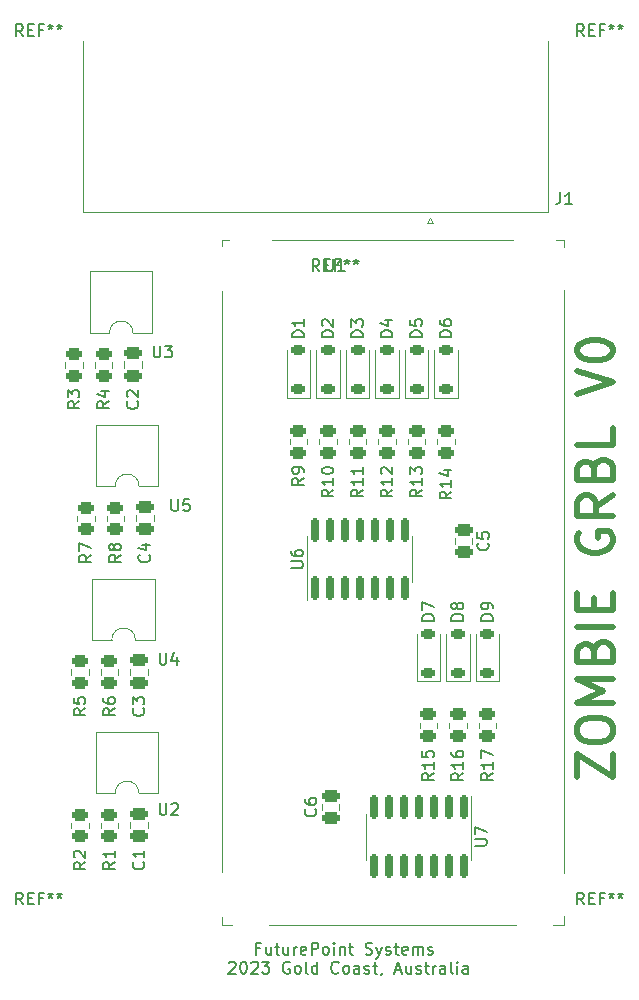
<source format=gbr>
G04 #@! TF.GenerationSoftware,KiCad,Pcbnew,7.0.7*
G04 #@! TF.CreationDate,2023-10-03T13:22:08+10:00*
G04 #@! TF.ProjectId,grbl_controller,6772626c-5f63-46f6-9e74-726f6c6c6572,rev?*
G04 #@! TF.SameCoordinates,Original*
G04 #@! TF.FileFunction,Legend,Top*
G04 #@! TF.FilePolarity,Positive*
%FSLAX46Y46*%
G04 Gerber Fmt 4.6, Leading zero omitted, Abs format (unit mm)*
G04 Created by KiCad (PCBNEW 7.0.7) date 2023-10-03 13:22:08*
%MOMM*%
%LPD*%
G01*
G04 APERTURE LIST*
G04 Aperture macros list*
%AMRoundRect*
0 Rectangle with rounded corners*
0 $1 Rounding radius*
0 $2 $3 $4 $5 $6 $7 $8 $9 X,Y pos of 4 corners*
0 Add a 4 corners polygon primitive as box body*
4,1,4,$2,$3,$4,$5,$6,$7,$8,$9,$2,$3,0*
0 Add four circle primitives for the rounded corners*
1,1,$1+$1,$2,$3*
1,1,$1+$1,$4,$5*
1,1,$1+$1,$6,$7*
1,1,$1+$1,$8,$9*
0 Add four rect primitives between the rounded corners*
20,1,$1+$1,$2,$3,$4,$5,0*
20,1,$1+$1,$4,$5,$6,$7,0*
20,1,$1+$1,$6,$7,$8,$9,0*
20,1,$1+$1,$8,$9,$2,$3,0*%
G04 Aperture macros list end*
%ADD10C,0.500000*%
%ADD11C,0.150000*%
%ADD12C,0.120000*%
%ADD13RoundRect,0.250000X0.450000X-0.262500X0.450000X0.262500X-0.450000X0.262500X-0.450000X-0.262500X0*%
%ADD14R,1.600000X1.600000*%
%ADD15O,1.600000X1.600000*%
%ADD16RoundRect,0.225000X0.375000X-0.225000X0.375000X0.225000X-0.375000X0.225000X-0.375000X-0.225000X0*%
%ADD17RoundRect,0.250000X-0.475000X0.250000X-0.475000X-0.250000X0.475000X-0.250000X0.475000X0.250000X0*%
%ADD18C,3.200000*%
%ADD19RoundRect,0.150000X-0.150000X0.825000X-0.150000X-0.825000X0.150000X-0.825000X0.150000X0.825000X0*%
%ADD20C,4.000000*%
%ADD21C,1.600000*%
%ADD22RoundRect,0.150000X0.150000X-0.825000X0.150000X0.825000X-0.150000X0.825000X-0.150000X-0.825000X0*%
%ADD23C,6.000000*%
%ADD24R,2.400000X1.600000*%
%ADD25O,2.400000X1.600000*%
%ADD26RoundRect,0.250000X0.475000X-0.250000X0.475000X0.250000X-0.475000X0.250000X-0.475000X-0.250000X0*%
G04 APERTURE END LIST*
D10*
X120106857Y-97492481D02*
X120106857Y-95492481D01*
X120106857Y-95492481D02*
X123106857Y-97492481D01*
X123106857Y-97492481D02*
X123106857Y-95492481D01*
X120106857Y-93778195D02*
X120106857Y-93206767D01*
X120106857Y-93206767D02*
X120249714Y-92921052D01*
X120249714Y-92921052D02*
X120535428Y-92635338D01*
X120535428Y-92635338D02*
X121106857Y-92492481D01*
X121106857Y-92492481D02*
X122106857Y-92492481D01*
X122106857Y-92492481D02*
X122678285Y-92635338D01*
X122678285Y-92635338D02*
X122964000Y-92921052D01*
X122964000Y-92921052D02*
X123106857Y-93206767D01*
X123106857Y-93206767D02*
X123106857Y-93778195D01*
X123106857Y-93778195D02*
X122964000Y-94063910D01*
X122964000Y-94063910D02*
X122678285Y-94349624D01*
X122678285Y-94349624D02*
X122106857Y-94492481D01*
X122106857Y-94492481D02*
X121106857Y-94492481D01*
X121106857Y-94492481D02*
X120535428Y-94349624D01*
X120535428Y-94349624D02*
X120249714Y-94063910D01*
X120249714Y-94063910D02*
X120106857Y-93778195D01*
X123106857Y-91206767D02*
X120106857Y-91206767D01*
X120106857Y-91206767D02*
X122249714Y-90206767D01*
X122249714Y-90206767D02*
X120106857Y-89206767D01*
X120106857Y-89206767D02*
X123106857Y-89206767D01*
X121535428Y-86778196D02*
X121678285Y-86349624D01*
X121678285Y-86349624D02*
X121821142Y-86206767D01*
X121821142Y-86206767D02*
X122106857Y-86063910D01*
X122106857Y-86063910D02*
X122535428Y-86063910D01*
X122535428Y-86063910D02*
X122821142Y-86206767D01*
X122821142Y-86206767D02*
X122964000Y-86349624D01*
X122964000Y-86349624D02*
X123106857Y-86635339D01*
X123106857Y-86635339D02*
X123106857Y-87778196D01*
X123106857Y-87778196D02*
X120106857Y-87778196D01*
X120106857Y-87778196D02*
X120106857Y-86778196D01*
X120106857Y-86778196D02*
X120249714Y-86492482D01*
X120249714Y-86492482D02*
X120392571Y-86349624D01*
X120392571Y-86349624D02*
X120678285Y-86206767D01*
X120678285Y-86206767D02*
X120964000Y-86206767D01*
X120964000Y-86206767D02*
X121249714Y-86349624D01*
X121249714Y-86349624D02*
X121392571Y-86492482D01*
X121392571Y-86492482D02*
X121535428Y-86778196D01*
X121535428Y-86778196D02*
X121535428Y-87778196D01*
X123106857Y-84778196D02*
X120106857Y-84778196D01*
X121535428Y-83349625D02*
X121535428Y-82349625D01*
X123106857Y-81921053D02*
X123106857Y-83349625D01*
X123106857Y-83349625D02*
X120106857Y-83349625D01*
X120106857Y-83349625D02*
X120106857Y-81921053D01*
X120249714Y-76778196D02*
X120106857Y-77063911D01*
X120106857Y-77063911D02*
X120106857Y-77492482D01*
X120106857Y-77492482D02*
X120249714Y-77921053D01*
X120249714Y-77921053D02*
X120535428Y-78206768D01*
X120535428Y-78206768D02*
X120821142Y-78349625D01*
X120821142Y-78349625D02*
X121392571Y-78492482D01*
X121392571Y-78492482D02*
X121821142Y-78492482D01*
X121821142Y-78492482D02*
X122392571Y-78349625D01*
X122392571Y-78349625D02*
X122678285Y-78206768D01*
X122678285Y-78206768D02*
X122964000Y-77921053D01*
X122964000Y-77921053D02*
X123106857Y-77492482D01*
X123106857Y-77492482D02*
X123106857Y-77206768D01*
X123106857Y-77206768D02*
X122964000Y-76778196D01*
X122964000Y-76778196D02*
X122821142Y-76635339D01*
X122821142Y-76635339D02*
X121821142Y-76635339D01*
X121821142Y-76635339D02*
X121821142Y-77206768D01*
X123106857Y-73635339D02*
X121678285Y-74635339D01*
X123106857Y-75349625D02*
X120106857Y-75349625D01*
X120106857Y-75349625D02*
X120106857Y-74206768D01*
X120106857Y-74206768D02*
X120249714Y-73921053D01*
X120249714Y-73921053D02*
X120392571Y-73778196D01*
X120392571Y-73778196D02*
X120678285Y-73635339D01*
X120678285Y-73635339D02*
X121106857Y-73635339D01*
X121106857Y-73635339D02*
X121392571Y-73778196D01*
X121392571Y-73778196D02*
X121535428Y-73921053D01*
X121535428Y-73921053D02*
X121678285Y-74206768D01*
X121678285Y-74206768D02*
X121678285Y-75349625D01*
X121535428Y-71349625D02*
X121678285Y-70921053D01*
X121678285Y-70921053D02*
X121821142Y-70778196D01*
X121821142Y-70778196D02*
X122106857Y-70635339D01*
X122106857Y-70635339D02*
X122535428Y-70635339D01*
X122535428Y-70635339D02*
X122821142Y-70778196D01*
X122821142Y-70778196D02*
X122964000Y-70921053D01*
X122964000Y-70921053D02*
X123106857Y-71206768D01*
X123106857Y-71206768D02*
X123106857Y-72349625D01*
X123106857Y-72349625D02*
X120106857Y-72349625D01*
X120106857Y-72349625D02*
X120106857Y-71349625D01*
X120106857Y-71349625D02*
X120249714Y-71063911D01*
X120249714Y-71063911D02*
X120392571Y-70921053D01*
X120392571Y-70921053D02*
X120678285Y-70778196D01*
X120678285Y-70778196D02*
X120964000Y-70778196D01*
X120964000Y-70778196D02*
X121249714Y-70921053D01*
X121249714Y-70921053D02*
X121392571Y-71063911D01*
X121392571Y-71063911D02*
X121535428Y-71349625D01*
X121535428Y-71349625D02*
X121535428Y-72349625D01*
X123106857Y-67921053D02*
X123106857Y-69349625D01*
X123106857Y-69349625D02*
X120106857Y-69349625D01*
X120106857Y-65063911D02*
X123106857Y-64063911D01*
X123106857Y-64063911D02*
X120106857Y-63063911D01*
X120106857Y-61492482D02*
X120106857Y-61206768D01*
X120106857Y-61206768D02*
X120249714Y-60921054D01*
X120249714Y-60921054D02*
X120392571Y-60778197D01*
X120392571Y-60778197D02*
X120678285Y-60635339D01*
X120678285Y-60635339D02*
X121249714Y-60492482D01*
X121249714Y-60492482D02*
X121964000Y-60492482D01*
X121964000Y-60492482D02*
X122535428Y-60635339D01*
X122535428Y-60635339D02*
X122821142Y-60778197D01*
X122821142Y-60778197D02*
X122964000Y-60921054D01*
X122964000Y-60921054D02*
X123106857Y-61206768D01*
X123106857Y-61206768D02*
X123106857Y-61492482D01*
X123106857Y-61492482D02*
X122964000Y-61778197D01*
X122964000Y-61778197D02*
X122821142Y-61921054D01*
X122821142Y-61921054D02*
X122535428Y-62063911D01*
X122535428Y-62063911D02*
X121964000Y-62206768D01*
X121964000Y-62206768D02*
X121249714Y-62206768D01*
X121249714Y-62206768D02*
X120678285Y-62063911D01*
X120678285Y-62063911D02*
X120392571Y-61921054D01*
X120392571Y-61921054D02*
X120249714Y-61778197D01*
X120249714Y-61778197D02*
X120106857Y-61492482D01*
D11*
X93226189Y-111986009D02*
X92892856Y-111986009D01*
X92892856Y-112509819D02*
X92892856Y-111509819D01*
X92892856Y-111509819D02*
X93369046Y-111509819D01*
X94178570Y-111843152D02*
X94178570Y-112509819D01*
X93749999Y-111843152D02*
X93749999Y-112366961D01*
X93749999Y-112366961D02*
X93797618Y-112462200D01*
X93797618Y-112462200D02*
X93892856Y-112509819D01*
X93892856Y-112509819D02*
X94035713Y-112509819D01*
X94035713Y-112509819D02*
X94130951Y-112462200D01*
X94130951Y-112462200D02*
X94178570Y-112414580D01*
X94511904Y-111843152D02*
X94892856Y-111843152D01*
X94654761Y-111509819D02*
X94654761Y-112366961D01*
X94654761Y-112366961D02*
X94702380Y-112462200D01*
X94702380Y-112462200D02*
X94797618Y-112509819D01*
X94797618Y-112509819D02*
X94892856Y-112509819D01*
X95654761Y-111843152D02*
X95654761Y-112509819D01*
X95226190Y-111843152D02*
X95226190Y-112366961D01*
X95226190Y-112366961D02*
X95273809Y-112462200D01*
X95273809Y-112462200D02*
X95369047Y-112509819D01*
X95369047Y-112509819D02*
X95511904Y-112509819D01*
X95511904Y-112509819D02*
X95607142Y-112462200D01*
X95607142Y-112462200D02*
X95654761Y-112414580D01*
X96130952Y-112509819D02*
X96130952Y-111843152D01*
X96130952Y-112033628D02*
X96178571Y-111938390D01*
X96178571Y-111938390D02*
X96226190Y-111890771D01*
X96226190Y-111890771D02*
X96321428Y-111843152D01*
X96321428Y-111843152D02*
X96416666Y-111843152D01*
X97130952Y-112462200D02*
X97035714Y-112509819D01*
X97035714Y-112509819D02*
X96845238Y-112509819D01*
X96845238Y-112509819D02*
X96750000Y-112462200D01*
X96750000Y-112462200D02*
X96702381Y-112366961D01*
X96702381Y-112366961D02*
X96702381Y-111986009D01*
X96702381Y-111986009D02*
X96750000Y-111890771D01*
X96750000Y-111890771D02*
X96845238Y-111843152D01*
X96845238Y-111843152D02*
X97035714Y-111843152D01*
X97035714Y-111843152D02*
X97130952Y-111890771D01*
X97130952Y-111890771D02*
X97178571Y-111986009D01*
X97178571Y-111986009D02*
X97178571Y-112081247D01*
X97178571Y-112081247D02*
X96702381Y-112176485D01*
X97607143Y-112509819D02*
X97607143Y-111509819D01*
X97607143Y-111509819D02*
X97988095Y-111509819D01*
X97988095Y-111509819D02*
X98083333Y-111557438D01*
X98083333Y-111557438D02*
X98130952Y-111605057D01*
X98130952Y-111605057D02*
X98178571Y-111700295D01*
X98178571Y-111700295D02*
X98178571Y-111843152D01*
X98178571Y-111843152D02*
X98130952Y-111938390D01*
X98130952Y-111938390D02*
X98083333Y-111986009D01*
X98083333Y-111986009D02*
X97988095Y-112033628D01*
X97988095Y-112033628D02*
X97607143Y-112033628D01*
X98750000Y-112509819D02*
X98654762Y-112462200D01*
X98654762Y-112462200D02*
X98607143Y-112414580D01*
X98607143Y-112414580D02*
X98559524Y-112319342D01*
X98559524Y-112319342D02*
X98559524Y-112033628D01*
X98559524Y-112033628D02*
X98607143Y-111938390D01*
X98607143Y-111938390D02*
X98654762Y-111890771D01*
X98654762Y-111890771D02*
X98750000Y-111843152D01*
X98750000Y-111843152D02*
X98892857Y-111843152D01*
X98892857Y-111843152D02*
X98988095Y-111890771D01*
X98988095Y-111890771D02*
X99035714Y-111938390D01*
X99035714Y-111938390D02*
X99083333Y-112033628D01*
X99083333Y-112033628D02*
X99083333Y-112319342D01*
X99083333Y-112319342D02*
X99035714Y-112414580D01*
X99035714Y-112414580D02*
X98988095Y-112462200D01*
X98988095Y-112462200D02*
X98892857Y-112509819D01*
X98892857Y-112509819D02*
X98750000Y-112509819D01*
X99511905Y-112509819D02*
X99511905Y-111843152D01*
X99511905Y-111509819D02*
X99464286Y-111557438D01*
X99464286Y-111557438D02*
X99511905Y-111605057D01*
X99511905Y-111605057D02*
X99559524Y-111557438D01*
X99559524Y-111557438D02*
X99511905Y-111509819D01*
X99511905Y-111509819D02*
X99511905Y-111605057D01*
X99988095Y-111843152D02*
X99988095Y-112509819D01*
X99988095Y-111938390D02*
X100035714Y-111890771D01*
X100035714Y-111890771D02*
X100130952Y-111843152D01*
X100130952Y-111843152D02*
X100273809Y-111843152D01*
X100273809Y-111843152D02*
X100369047Y-111890771D01*
X100369047Y-111890771D02*
X100416666Y-111986009D01*
X100416666Y-111986009D02*
X100416666Y-112509819D01*
X100750000Y-111843152D02*
X101130952Y-111843152D01*
X100892857Y-111509819D02*
X100892857Y-112366961D01*
X100892857Y-112366961D02*
X100940476Y-112462200D01*
X100940476Y-112462200D02*
X101035714Y-112509819D01*
X101035714Y-112509819D02*
X101130952Y-112509819D01*
X102178572Y-112462200D02*
X102321429Y-112509819D01*
X102321429Y-112509819D02*
X102559524Y-112509819D01*
X102559524Y-112509819D02*
X102654762Y-112462200D01*
X102654762Y-112462200D02*
X102702381Y-112414580D01*
X102702381Y-112414580D02*
X102750000Y-112319342D01*
X102750000Y-112319342D02*
X102750000Y-112224104D01*
X102750000Y-112224104D02*
X102702381Y-112128866D01*
X102702381Y-112128866D02*
X102654762Y-112081247D01*
X102654762Y-112081247D02*
X102559524Y-112033628D01*
X102559524Y-112033628D02*
X102369048Y-111986009D01*
X102369048Y-111986009D02*
X102273810Y-111938390D01*
X102273810Y-111938390D02*
X102226191Y-111890771D01*
X102226191Y-111890771D02*
X102178572Y-111795533D01*
X102178572Y-111795533D02*
X102178572Y-111700295D01*
X102178572Y-111700295D02*
X102226191Y-111605057D01*
X102226191Y-111605057D02*
X102273810Y-111557438D01*
X102273810Y-111557438D02*
X102369048Y-111509819D01*
X102369048Y-111509819D02*
X102607143Y-111509819D01*
X102607143Y-111509819D02*
X102750000Y-111557438D01*
X103083334Y-111843152D02*
X103321429Y-112509819D01*
X103559524Y-111843152D02*
X103321429Y-112509819D01*
X103321429Y-112509819D02*
X103226191Y-112747914D01*
X103226191Y-112747914D02*
X103178572Y-112795533D01*
X103178572Y-112795533D02*
X103083334Y-112843152D01*
X103892858Y-112462200D02*
X103988096Y-112509819D01*
X103988096Y-112509819D02*
X104178572Y-112509819D01*
X104178572Y-112509819D02*
X104273810Y-112462200D01*
X104273810Y-112462200D02*
X104321429Y-112366961D01*
X104321429Y-112366961D02*
X104321429Y-112319342D01*
X104321429Y-112319342D02*
X104273810Y-112224104D01*
X104273810Y-112224104D02*
X104178572Y-112176485D01*
X104178572Y-112176485D02*
X104035715Y-112176485D01*
X104035715Y-112176485D02*
X103940477Y-112128866D01*
X103940477Y-112128866D02*
X103892858Y-112033628D01*
X103892858Y-112033628D02*
X103892858Y-111986009D01*
X103892858Y-111986009D02*
X103940477Y-111890771D01*
X103940477Y-111890771D02*
X104035715Y-111843152D01*
X104035715Y-111843152D02*
X104178572Y-111843152D01*
X104178572Y-111843152D02*
X104273810Y-111890771D01*
X104607144Y-111843152D02*
X104988096Y-111843152D01*
X104750001Y-111509819D02*
X104750001Y-112366961D01*
X104750001Y-112366961D02*
X104797620Y-112462200D01*
X104797620Y-112462200D02*
X104892858Y-112509819D01*
X104892858Y-112509819D02*
X104988096Y-112509819D01*
X105702382Y-112462200D02*
X105607144Y-112509819D01*
X105607144Y-112509819D02*
X105416668Y-112509819D01*
X105416668Y-112509819D02*
X105321430Y-112462200D01*
X105321430Y-112462200D02*
X105273811Y-112366961D01*
X105273811Y-112366961D02*
X105273811Y-111986009D01*
X105273811Y-111986009D02*
X105321430Y-111890771D01*
X105321430Y-111890771D02*
X105416668Y-111843152D01*
X105416668Y-111843152D02*
X105607144Y-111843152D01*
X105607144Y-111843152D02*
X105702382Y-111890771D01*
X105702382Y-111890771D02*
X105750001Y-111986009D01*
X105750001Y-111986009D02*
X105750001Y-112081247D01*
X105750001Y-112081247D02*
X105273811Y-112176485D01*
X106178573Y-112509819D02*
X106178573Y-111843152D01*
X106178573Y-111938390D02*
X106226192Y-111890771D01*
X106226192Y-111890771D02*
X106321430Y-111843152D01*
X106321430Y-111843152D02*
X106464287Y-111843152D01*
X106464287Y-111843152D02*
X106559525Y-111890771D01*
X106559525Y-111890771D02*
X106607144Y-111986009D01*
X106607144Y-111986009D02*
X106607144Y-112509819D01*
X106607144Y-111986009D02*
X106654763Y-111890771D01*
X106654763Y-111890771D02*
X106750001Y-111843152D01*
X106750001Y-111843152D02*
X106892858Y-111843152D01*
X106892858Y-111843152D02*
X106988097Y-111890771D01*
X106988097Y-111890771D02*
X107035716Y-111986009D01*
X107035716Y-111986009D02*
X107035716Y-112509819D01*
X107464287Y-112462200D02*
X107559525Y-112509819D01*
X107559525Y-112509819D02*
X107750001Y-112509819D01*
X107750001Y-112509819D02*
X107845239Y-112462200D01*
X107845239Y-112462200D02*
X107892858Y-112366961D01*
X107892858Y-112366961D02*
X107892858Y-112319342D01*
X107892858Y-112319342D02*
X107845239Y-112224104D01*
X107845239Y-112224104D02*
X107750001Y-112176485D01*
X107750001Y-112176485D02*
X107607144Y-112176485D01*
X107607144Y-112176485D02*
X107511906Y-112128866D01*
X107511906Y-112128866D02*
X107464287Y-112033628D01*
X107464287Y-112033628D02*
X107464287Y-111986009D01*
X107464287Y-111986009D02*
X107511906Y-111890771D01*
X107511906Y-111890771D02*
X107607144Y-111843152D01*
X107607144Y-111843152D02*
X107750001Y-111843152D01*
X107750001Y-111843152D02*
X107845239Y-111890771D01*
X90607141Y-113215057D02*
X90654760Y-113167438D01*
X90654760Y-113167438D02*
X90749998Y-113119819D01*
X90749998Y-113119819D02*
X90988093Y-113119819D01*
X90988093Y-113119819D02*
X91083331Y-113167438D01*
X91083331Y-113167438D02*
X91130950Y-113215057D01*
X91130950Y-113215057D02*
X91178569Y-113310295D01*
X91178569Y-113310295D02*
X91178569Y-113405533D01*
X91178569Y-113405533D02*
X91130950Y-113548390D01*
X91130950Y-113548390D02*
X90559522Y-114119819D01*
X90559522Y-114119819D02*
X91178569Y-114119819D01*
X91797617Y-113119819D02*
X91892855Y-113119819D01*
X91892855Y-113119819D02*
X91988093Y-113167438D01*
X91988093Y-113167438D02*
X92035712Y-113215057D01*
X92035712Y-113215057D02*
X92083331Y-113310295D01*
X92083331Y-113310295D02*
X92130950Y-113500771D01*
X92130950Y-113500771D02*
X92130950Y-113738866D01*
X92130950Y-113738866D02*
X92083331Y-113929342D01*
X92083331Y-113929342D02*
X92035712Y-114024580D01*
X92035712Y-114024580D02*
X91988093Y-114072200D01*
X91988093Y-114072200D02*
X91892855Y-114119819D01*
X91892855Y-114119819D02*
X91797617Y-114119819D01*
X91797617Y-114119819D02*
X91702379Y-114072200D01*
X91702379Y-114072200D02*
X91654760Y-114024580D01*
X91654760Y-114024580D02*
X91607141Y-113929342D01*
X91607141Y-113929342D02*
X91559522Y-113738866D01*
X91559522Y-113738866D02*
X91559522Y-113500771D01*
X91559522Y-113500771D02*
X91607141Y-113310295D01*
X91607141Y-113310295D02*
X91654760Y-113215057D01*
X91654760Y-113215057D02*
X91702379Y-113167438D01*
X91702379Y-113167438D02*
X91797617Y-113119819D01*
X92511903Y-113215057D02*
X92559522Y-113167438D01*
X92559522Y-113167438D02*
X92654760Y-113119819D01*
X92654760Y-113119819D02*
X92892855Y-113119819D01*
X92892855Y-113119819D02*
X92988093Y-113167438D01*
X92988093Y-113167438D02*
X93035712Y-113215057D01*
X93035712Y-113215057D02*
X93083331Y-113310295D01*
X93083331Y-113310295D02*
X93083331Y-113405533D01*
X93083331Y-113405533D02*
X93035712Y-113548390D01*
X93035712Y-113548390D02*
X92464284Y-114119819D01*
X92464284Y-114119819D02*
X93083331Y-114119819D01*
X93416665Y-113119819D02*
X94035712Y-113119819D01*
X94035712Y-113119819D02*
X93702379Y-113500771D01*
X93702379Y-113500771D02*
X93845236Y-113500771D01*
X93845236Y-113500771D02*
X93940474Y-113548390D01*
X93940474Y-113548390D02*
X93988093Y-113596009D01*
X93988093Y-113596009D02*
X94035712Y-113691247D01*
X94035712Y-113691247D02*
X94035712Y-113929342D01*
X94035712Y-113929342D02*
X93988093Y-114024580D01*
X93988093Y-114024580D02*
X93940474Y-114072200D01*
X93940474Y-114072200D02*
X93845236Y-114119819D01*
X93845236Y-114119819D02*
X93559522Y-114119819D01*
X93559522Y-114119819D02*
X93464284Y-114072200D01*
X93464284Y-114072200D02*
X93416665Y-114024580D01*
X95749998Y-113167438D02*
X95654760Y-113119819D01*
X95654760Y-113119819D02*
X95511903Y-113119819D01*
X95511903Y-113119819D02*
X95369046Y-113167438D01*
X95369046Y-113167438D02*
X95273808Y-113262676D01*
X95273808Y-113262676D02*
X95226189Y-113357914D01*
X95226189Y-113357914D02*
X95178570Y-113548390D01*
X95178570Y-113548390D02*
X95178570Y-113691247D01*
X95178570Y-113691247D02*
X95226189Y-113881723D01*
X95226189Y-113881723D02*
X95273808Y-113976961D01*
X95273808Y-113976961D02*
X95369046Y-114072200D01*
X95369046Y-114072200D02*
X95511903Y-114119819D01*
X95511903Y-114119819D02*
X95607141Y-114119819D01*
X95607141Y-114119819D02*
X95749998Y-114072200D01*
X95749998Y-114072200D02*
X95797617Y-114024580D01*
X95797617Y-114024580D02*
X95797617Y-113691247D01*
X95797617Y-113691247D02*
X95607141Y-113691247D01*
X96369046Y-114119819D02*
X96273808Y-114072200D01*
X96273808Y-114072200D02*
X96226189Y-114024580D01*
X96226189Y-114024580D02*
X96178570Y-113929342D01*
X96178570Y-113929342D02*
X96178570Y-113643628D01*
X96178570Y-113643628D02*
X96226189Y-113548390D01*
X96226189Y-113548390D02*
X96273808Y-113500771D01*
X96273808Y-113500771D02*
X96369046Y-113453152D01*
X96369046Y-113453152D02*
X96511903Y-113453152D01*
X96511903Y-113453152D02*
X96607141Y-113500771D01*
X96607141Y-113500771D02*
X96654760Y-113548390D01*
X96654760Y-113548390D02*
X96702379Y-113643628D01*
X96702379Y-113643628D02*
X96702379Y-113929342D01*
X96702379Y-113929342D02*
X96654760Y-114024580D01*
X96654760Y-114024580D02*
X96607141Y-114072200D01*
X96607141Y-114072200D02*
X96511903Y-114119819D01*
X96511903Y-114119819D02*
X96369046Y-114119819D01*
X97273808Y-114119819D02*
X97178570Y-114072200D01*
X97178570Y-114072200D02*
X97130951Y-113976961D01*
X97130951Y-113976961D02*
X97130951Y-113119819D01*
X98083332Y-114119819D02*
X98083332Y-113119819D01*
X98083332Y-114072200D02*
X97988094Y-114119819D01*
X97988094Y-114119819D02*
X97797618Y-114119819D01*
X97797618Y-114119819D02*
X97702380Y-114072200D01*
X97702380Y-114072200D02*
X97654761Y-114024580D01*
X97654761Y-114024580D02*
X97607142Y-113929342D01*
X97607142Y-113929342D02*
X97607142Y-113643628D01*
X97607142Y-113643628D02*
X97654761Y-113548390D01*
X97654761Y-113548390D02*
X97702380Y-113500771D01*
X97702380Y-113500771D02*
X97797618Y-113453152D01*
X97797618Y-113453152D02*
X97988094Y-113453152D01*
X97988094Y-113453152D02*
X98083332Y-113500771D01*
X99892856Y-114024580D02*
X99845237Y-114072200D01*
X99845237Y-114072200D02*
X99702380Y-114119819D01*
X99702380Y-114119819D02*
X99607142Y-114119819D01*
X99607142Y-114119819D02*
X99464285Y-114072200D01*
X99464285Y-114072200D02*
X99369047Y-113976961D01*
X99369047Y-113976961D02*
X99321428Y-113881723D01*
X99321428Y-113881723D02*
X99273809Y-113691247D01*
X99273809Y-113691247D02*
X99273809Y-113548390D01*
X99273809Y-113548390D02*
X99321428Y-113357914D01*
X99321428Y-113357914D02*
X99369047Y-113262676D01*
X99369047Y-113262676D02*
X99464285Y-113167438D01*
X99464285Y-113167438D02*
X99607142Y-113119819D01*
X99607142Y-113119819D02*
X99702380Y-113119819D01*
X99702380Y-113119819D02*
X99845237Y-113167438D01*
X99845237Y-113167438D02*
X99892856Y-113215057D01*
X100464285Y-114119819D02*
X100369047Y-114072200D01*
X100369047Y-114072200D02*
X100321428Y-114024580D01*
X100321428Y-114024580D02*
X100273809Y-113929342D01*
X100273809Y-113929342D02*
X100273809Y-113643628D01*
X100273809Y-113643628D02*
X100321428Y-113548390D01*
X100321428Y-113548390D02*
X100369047Y-113500771D01*
X100369047Y-113500771D02*
X100464285Y-113453152D01*
X100464285Y-113453152D02*
X100607142Y-113453152D01*
X100607142Y-113453152D02*
X100702380Y-113500771D01*
X100702380Y-113500771D02*
X100749999Y-113548390D01*
X100749999Y-113548390D02*
X100797618Y-113643628D01*
X100797618Y-113643628D02*
X100797618Y-113929342D01*
X100797618Y-113929342D02*
X100749999Y-114024580D01*
X100749999Y-114024580D02*
X100702380Y-114072200D01*
X100702380Y-114072200D02*
X100607142Y-114119819D01*
X100607142Y-114119819D02*
X100464285Y-114119819D01*
X101654761Y-114119819D02*
X101654761Y-113596009D01*
X101654761Y-113596009D02*
X101607142Y-113500771D01*
X101607142Y-113500771D02*
X101511904Y-113453152D01*
X101511904Y-113453152D02*
X101321428Y-113453152D01*
X101321428Y-113453152D02*
X101226190Y-113500771D01*
X101654761Y-114072200D02*
X101559523Y-114119819D01*
X101559523Y-114119819D02*
X101321428Y-114119819D01*
X101321428Y-114119819D02*
X101226190Y-114072200D01*
X101226190Y-114072200D02*
X101178571Y-113976961D01*
X101178571Y-113976961D02*
X101178571Y-113881723D01*
X101178571Y-113881723D02*
X101226190Y-113786485D01*
X101226190Y-113786485D02*
X101321428Y-113738866D01*
X101321428Y-113738866D02*
X101559523Y-113738866D01*
X101559523Y-113738866D02*
X101654761Y-113691247D01*
X102083333Y-114072200D02*
X102178571Y-114119819D01*
X102178571Y-114119819D02*
X102369047Y-114119819D01*
X102369047Y-114119819D02*
X102464285Y-114072200D01*
X102464285Y-114072200D02*
X102511904Y-113976961D01*
X102511904Y-113976961D02*
X102511904Y-113929342D01*
X102511904Y-113929342D02*
X102464285Y-113834104D01*
X102464285Y-113834104D02*
X102369047Y-113786485D01*
X102369047Y-113786485D02*
X102226190Y-113786485D01*
X102226190Y-113786485D02*
X102130952Y-113738866D01*
X102130952Y-113738866D02*
X102083333Y-113643628D01*
X102083333Y-113643628D02*
X102083333Y-113596009D01*
X102083333Y-113596009D02*
X102130952Y-113500771D01*
X102130952Y-113500771D02*
X102226190Y-113453152D01*
X102226190Y-113453152D02*
X102369047Y-113453152D01*
X102369047Y-113453152D02*
X102464285Y-113500771D01*
X102797619Y-113453152D02*
X103178571Y-113453152D01*
X102940476Y-113119819D02*
X102940476Y-113976961D01*
X102940476Y-113976961D02*
X102988095Y-114072200D01*
X102988095Y-114072200D02*
X103083333Y-114119819D01*
X103083333Y-114119819D02*
X103178571Y-114119819D01*
X103559524Y-114072200D02*
X103559524Y-114119819D01*
X103559524Y-114119819D02*
X103511905Y-114215057D01*
X103511905Y-114215057D02*
X103464286Y-114262676D01*
X104702381Y-113834104D02*
X105178571Y-113834104D01*
X104607143Y-114119819D02*
X104940476Y-113119819D01*
X104940476Y-113119819D02*
X105273809Y-114119819D01*
X106035714Y-113453152D02*
X106035714Y-114119819D01*
X105607143Y-113453152D02*
X105607143Y-113976961D01*
X105607143Y-113976961D02*
X105654762Y-114072200D01*
X105654762Y-114072200D02*
X105750000Y-114119819D01*
X105750000Y-114119819D02*
X105892857Y-114119819D01*
X105892857Y-114119819D02*
X105988095Y-114072200D01*
X105988095Y-114072200D02*
X106035714Y-114024580D01*
X106464286Y-114072200D02*
X106559524Y-114119819D01*
X106559524Y-114119819D02*
X106750000Y-114119819D01*
X106750000Y-114119819D02*
X106845238Y-114072200D01*
X106845238Y-114072200D02*
X106892857Y-113976961D01*
X106892857Y-113976961D02*
X106892857Y-113929342D01*
X106892857Y-113929342D02*
X106845238Y-113834104D01*
X106845238Y-113834104D02*
X106750000Y-113786485D01*
X106750000Y-113786485D02*
X106607143Y-113786485D01*
X106607143Y-113786485D02*
X106511905Y-113738866D01*
X106511905Y-113738866D02*
X106464286Y-113643628D01*
X106464286Y-113643628D02*
X106464286Y-113596009D01*
X106464286Y-113596009D02*
X106511905Y-113500771D01*
X106511905Y-113500771D02*
X106607143Y-113453152D01*
X106607143Y-113453152D02*
X106750000Y-113453152D01*
X106750000Y-113453152D02*
X106845238Y-113500771D01*
X107178572Y-113453152D02*
X107559524Y-113453152D01*
X107321429Y-113119819D02*
X107321429Y-113976961D01*
X107321429Y-113976961D02*
X107369048Y-114072200D01*
X107369048Y-114072200D02*
X107464286Y-114119819D01*
X107464286Y-114119819D02*
X107559524Y-114119819D01*
X107892858Y-114119819D02*
X107892858Y-113453152D01*
X107892858Y-113643628D02*
X107940477Y-113548390D01*
X107940477Y-113548390D02*
X107988096Y-113500771D01*
X107988096Y-113500771D02*
X108083334Y-113453152D01*
X108083334Y-113453152D02*
X108178572Y-113453152D01*
X108940477Y-114119819D02*
X108940477Y-113596009D01*
X108940477Y-113596009D02*
X108892858Y-113500771D01*
X108892858Y-113500771D02*
X108797620Y-113453152D01*
X108797620Y-113453152D02*
X108607144Y-113453152D01*
X108607144Y-113453152D02*
X108511906Y-113500771D01*
X108940477Y-114072200D02*
X108845239Y-114119819D01*
X108845239Y-114119819D02*
X108607144Y-114119819D01*
X108607144Y-114119819D02*
X108511906Y-114072200D01*
X108511906Y-114072200D02*
X108464287Y-113976961D01*
X108464287Y-113976961D02*
X108464287Y-113881723D01*
X108464287Y-113881723D02*
X108511906Y-113786485D01*
X108511906Y-113786485D02*
X108607144Y-113738866D01*
X108607144Y-113738866D02*
X108845239Y-113738866D01*
X108845239Y-113738866D02*
X108940477Y-113691247D01*
X109559525Y-114119819D02*
X109464287Y-114072200D01*
X109464287Y-114072200D02*
X109416668Y-113976961D01*
X109416668Y-113976961D02*
X109416668Y-113119819D01*
X109940478Y-114119819D02*
X109940478Y-113453152D01*
X109940478Y-113119819D02*
X109892859Y-113167438D01*
X109892859Y-113167438D02*
X109940478Y-113215057D01*
X109940478Y-113215057D02*
X109988097Y-113167438D01*
X109988097Y-113167438D02*
X109940478Y-113119819D01*
X109940478Y-113119819D02*
X109940478Y-113215057D01*
X110845239Y-114119819D02*
X110845239Y-113596009D01*
X110845239Y-113596009D02*
X110797620Y-113500771D01*
X110797620Y-113500771D02*
X110702382Y-113453152D01*
X110702382Y-113453152D02*
X110511906Y-113453152D01*
X110511906Y-113453152D02*
X110416668Y-113500771D01*
X110845239Y-114072200D02*
X110750001Y-114119819D01*
X110750001Y-114119819D02*
X110511906Y-114119819D01*
X110511906Y-114119819D02*
X110416668Y-114072200D01*
X110416668Y-114072200D02*
X110369049Y-113976961D01*
X110369049Y-113976961D02*
X110369049Y-113881723D01*
X110369049Y-113881723D02*
X110416668Y-113786485D01*
X110416668Y-113786485D02*
X110511906Y-113738866D01*
X110511906Y-113738866D02*
X110750001Y-113738866D01*
X110750001Y-113738866D02*
X110845239Y-113691247D01*
X104454819Y-73142857D02*
X103978628Y-73476190D01*
X104454819Y-73714285D02*
X103454819Y-73714285D01*
X103454819Y-73714285D02*
X103454819Y-73333333D01*
X103454819Y-73333333D02*
X103502438Y-73238095D01*
X103502438Y-73238095D02*
X103550057Y-73190476D01*
X103550057Y-73190476D02*
X103645295Y-73142857D01*
X103645295Y-73142857D02*
X103788152Y-73142857D01*
X103788152Y-73142857D02*
X103883390Y-73190476D01*
X103883390Y-73190476D02*
X103931009Y-73238095D01*
X103931009Y-73238095D02*
X103978628Y-73333333D01*
X103978628Y-73333333D02*
X103978628Y-73714285D01*
X104454819Y-72190476D02*
X104454819Y-72761904D01*
X104454819Y-72476190D02*
X103454819Y-72476190D01*
X103454819Y-72476190D02*
X103597676Y-72571428D01*
X103597676Y-72571428D02*
X103692914Y-72666666D01*
X103692914Y-72666666D02*
X103740533Y-72761904D01*
X103550057Y-71809523D02*
X103502438Y-71761904D01*
X103502438Y-71761904D02*
X103454819Y-71666666D01*
X103454819Y-71666666D02*
X103454819Y-71428571D01*
X103454819Y-71428571D02*
X103502438Y-71333333D01*
X103502438Y-71333333D02*
X103550057Y-71285714D01*
X103550057Y-71285714D02*
X103645295Y-71238095D01*
X103645295Y-71238095D02*
X103740533Y-71238095D01*
X103740533Y-71238095D02*
X103883390Y-71285714D01*
X103883390Y-71285714D02*
X104454819Y-71857142D01*
X104454819Y-71857142D02*
X104454819Y-71238095D01*
X84238095Y-60954819D02*
X84238095Y-61764342D01*
X84238095Y-61764342D02*
X84285714Y-61859580D01*
X84285714Y-61859580D02*
X84333333Y-61907200D01*
X84333333Y-61907200D02*
X84428571Y-61954819D01*
X84428571Y-61954819D02*
X84619047Y-61954819D01*
X84619047Y-61954819D02*
X84714285Y-61907200D01*
X84714285Y-61907200D02*
X84761904Y-61859580D01*
X84761904Y-61859580D02*
X84809523Y-61764342D01*
X84809523Y-61764342D02*
X84809523Y-60954819D01*
X85190476Y-60954819D02*
X85809523Y-60954819D01*
X85809523Y-60954819D02*
X85476190Y-61335771D01*
X85476190Y-61335771D02*
X85619047Y-61335771D01*
X85619047Y-61335771D02*
X85714285Y-61383390D01*
X85714285Y-61383390D02*
X85761904Y-61431009D01*
X85761904Y-61431009D02*
X85809523Y-61526247D01*
X85809523Y-61526247D02*
X85809523Y-61764342D01*
X85809523Y-61764342D02*
X85761904Y-61859580D01*
X85761904Y-61859580D02*
X85714285Y-61907200D01*
X85714285Y-61907200D02*
X85619047Y-61954819D01*
X85619047Y-61954819D02*
X85333333Y-61954819D01*
X85333333Y-61954819D02*
X85238095Y-61907200D01*
X85238095Y-61907200D02*
X85190476Y-61859580D01*
X96954819Y-60238094D02*
X95954819Y-60238094D01*
X95954819Y-60238094D02*
X95954819Y-59999999D01*
X95954819Y-59999999D02*
X96002438Y-59857142D01*
X96002438Y-59857142D02*
X96097676Y-59761904D01*
X96097676Y-59761904D02*
X96192914Y-59714285D01*
X96192914Y-59714285D02*
X96383390Y-59666666D01*
X96383390Y-59666666D02*
X96526247Y-59666666D01*
X96526247Y-59666666D02*
X96716723Y-59714285D01*
X96716723Y-59714285D02*
X96811961Y-59761904D01*
X96811961Y-59761904D02*
X96907200Y-59857142D01*
X96907200Y-59857142D02*
X96954819Y-59999999D01*
X96954819Y-59999999D02*
X96954819Y-60238094D01*
X96954819Y-58714285D02*
X96954819Y-59285713D01*
X96954819Y-58999999D02*
X95954819Y-58999999D01*
X95954819Y-58999999D02*
X96097676Y-59095237D01*
X96097676Y-59095237D02*
X96192914Y-59190475D01*
X96192914Y-59190475D02*
X96240533Y-59285713D01*
X84738095Y-86954819D02*
X84738095Y-87764342D01*
X84738095Y-87764342D02*
X84785714Y-87859580D01*
X84785714Y-87859580D02*
X84833333Y-87907200D01*
X84833333Y-87907200D02*
X84928571Y-87954819D01*
X84928571Y-87954819D02*
X85119047Y-87954819D01*
X85119047Y-87954819D02*
X85214285Y-87907200D01*
X85214285Y-87907200D02*
X85261904Y-87859580D01*
X85261904Y-87859580D02*
X85309523Y-87764342D01*
X85309523Y-87764342D02*
X85309523Y-86954819D01*
X86214285Y-87288152D02*
X86214285Y-87954819D01*
X85976190Y-86907200D02*
X85738095Y-87621485D01*
X85738095Y-87621485D02*
X86357142Y-87621485D01*
X83859580Y-78666666D02*
X83907200Y-78714285D01*
X83907200Y-78714285D02*
X83954819Y-78857142D01*
X83954819Y-78857142D02*
X83954819Y-78952380D01*
X83954819Y-78952380D02*
X83907200Y-79095237D01*
X83907200Y-79095237D02*
X83811961Y-79190475D01*
X83811961Y-79190475D02*
X83716723Y-79238094D01*
X83716723Y-79238094D02*
X83526247Y-79285713D01*
X83526247Y-79285713D02*
X83383390Y-79285713D01*
X83383390Y-79285713D02*
X83192914Y-79238094D01*
X83192914Y-79238094D02*
X83097676Y-79190475D01*
X83097676Y-79190475D02*
X83002438Y-79095237D01*
X83002438Y-79095237D02*
X82954819Y-78952380D01*
X82954819Y-78952380D02*
X82954819Y-78857142D01*
X82954819Y-78857142D02*
X83002438Y-78714285D01*
X83002438Y-78714285D02*
X83050057Y-78666666D01*
X83288152Y-77809523D02*
X83954819Y-77809523D01*
X82907200Y-78047618D02*
X83621485Y-78285713D01*
X83621485Y-78285713D02*
X83621485Y-77666666D01*
X73166666Y-108254819D02*
X72833333Y-107778628D01*
X72595238Y-108254819D02*
X72595238Y-107254819D01*
X72595238Y-107254819D02*
X72976190Y-107254819D01*
X72976190Y-107254819D02*
X73071428Y-107302438D01*
X73071428Y-107302438D02*
X73119047Y-107350057D01*
X73119047Y-107350057D02*
X73166666Y-107445295D01*
X73166666Y-107445295D02*
X73166666Y-107588152D01*
X73166666Y-107588152D02*
X73119047Y-107683390D01*
X73119047Y-107683390D02*
X73071428Y-107731009D01*
X73071428Y-107731009D02*
X72976190Y-107778628D01*
X72976190Y-107778628D02*
X72595238Y-107778628D01*
X73595238Y-107731009D02*
X73928571Y-107731009D01*
X74071428Y-108254819D02*
X73595238Y-108254819D01*
X73595238Y-108254819D02*
X73595238Y-107254819D01*
X73595238Y-107254819D02*
X74071428Y-107254819D01*
X74833333Y-107731009D02*
X74500000Y-107731009D01*
X74500000Y-108254819D02*
X74500000Y-107254819D01*
X74500000Y-107254819D02*
X74976190Y-107254819D01*
X75500000Y-107254819D02*
X75500000Y-107492914D01*
X75261905Y-107397676D02*
X75500000Y-107492914D01*
X75500000Y-107492914D02*
X75738095Y-107397676D01*
X75357143Y-107683390D02*
X75500000Y-107492914D01*
X75500000Y-107492914D02*
X75642857Y-107683390D01*
X76261905Y-107254819D02*
X76261905Y-107492914D01*
X76023810Y-107397676D02*
X76261905Y-107492914D01*
X76261905Y-107492914D02*
X76500000Y-107397676D01*
X76119048Y-107683390D02*
X76261905Y-107492914D01*
X76261905Y-107492914D02*
X76404762Y-107683390D01*
X106954819Y-60238094D02*
X105954819Y-60238094D01*
X105954819Y-60238094D02*
X105954819Y-59999999D01*
X105954819Y-59999999D02*
X106002438Y-59857142D01*
X106002438Y-59857142D02*
X106097676Y-59761904D01*
X106097676Y-59761904D02*
X106192914Y-59714285D01*
X106192914Y-59714285D02*
X106383390Y-59666666D01*
X106383390Y-59666666D02*
X106526247Y-59666666D01*
X106526247Y-59666666D02*
X106716723Y-59714285D01*
X106716723Y-59714285D02*
X106811961Y-59761904D01*
X106811961Y-59761904D02*
X106907200Y-59857142D01*
X106907200Y-59857142D02*
X106954819Y-59999999D01*
X106954819Y-59999999D02*
X106954819Y-60238094D01*
X105954819Y-58761904D02*
X105954819Y-59238094D01*
X105954819Y-59238094D02*
X106431009Y-59285713D01*
X106431009Y-59285713D02*
X106383390Y-59238094D01*
X106383390Y-59238094D02*
X106335771Y-59142856D01*
X106335771Y-59142856D02*
X106335771Y-58904761D01*
X106335771Y-58904761D02*
X106383390Y-58809523D01*
X106383390Y-58809523D02*
X106431009Y-58761904D01*
X106431009Y-58761904D02*
X106526247Y-58714285D01*
X106526247Y-58714285D02*
X106764342Y-58714285D01*
X106764342Y-58714285D02*
X106859580Y-58761904D01*
X106859580Y-58761904D02*
X106907200Y-58809523D01*
X106907200Y-58809523D02*
X106954819Y-58904761D01*
X106954819Y-58904761D02*
X106954819Y-59142856D01*
X106954819Y-59142856D02*
X106907200Y-59238094D01*
X106907200Y-59238094D02*
X106859580Y-59285713D01*
X110454819Y-84238094D02*
X109454819Y-84238094D01*
X109454819Y-84238094D02*
X109454819Y-83999999D01*
X109454819Y-83999999D02*
X109502438Y-83857142D01*
X109502438Y-83857142D02*
X109597676Y-83761904D01*
X109597676Y-83761904D02*
X109692914Y-83714285D01*
X109692914Y-83714285D02*
X109883390Y-83666666D01*
X109883390Y-83666666D02*
X110026247Y-83666666D01*
X110026247Y-83666666D02*
X110216723Y-83714285D01*
X110216723Y-83714285D02*
X110311961Y-83761904D01*
X110311961Y-83761904D02*
X110407200Y-83857142D01*
X110407200Y-83857142D02*
X110454819Y-83999999D01*
X110454819Y-83999999D02*
X110454819Y-84238094D01*
X109883390Y-83095237D02*
X109835771Y-83190475D01*
X109835771Y-83190475D02*
X109788152Y-83238094D01*
X109788152Y-83238094D02*
X109692914Y-83285713D01*
X109692914Y-83285713D02*
X109645295Y-83285713D01*
X109645295Y-83285713D02*
X109550057Y-83238094D01*
X109550057Y-83238094D02*
X109502438Y-83190475D01*
X109502438Y-83190475D02*
X109454819Y-83095237D01*
X109454819Y-83095237D02*
X109454819Y-82904761D01*
X109454819Y-82904761D02*
X109502438Y-82809523D01*
X109502438Y-82809523D02*
X109550057Y-82761904D01*
X109550057Y-82761904D02*
X109645295Y-82714285D01*
X109645295Y-82714285D02*
X109692914Y-82714285D01*
X109692914Y-82714285D02*
X109788152Y-82761904D01*
X109788152Y-82761904D02*
X109835771Y-82809523D01*
X109835771Y-82809523D02*
X109883390Y-82904761D01*
X109883390Y-82904761D02*
X109883390Y-83095237D01*
X109883390Y-83095237D02*
X109931009Y-83190475D01*
X109931009Y-83190475D02*
X109978628Y-83238094D01*
X109978628Y-83238094D02*
X110073866Y-83285713D01*
X110073866Y-83285713D02*
X110264342Y-83285713D01*
X110264342Y-83285713D02*
X110359580Y-83238094D01*
X110359580Y-83238094D02*
X110407200Y-83190475D01*
X110407200Y-83190475D02*
X110454819Y-83095237D01*
X110454819Y-83095237D02*
X110454819Y-82904761D01*
X110454819Y-82904761D02*
X110407200Y-82809523D01*
X110407200Y-82809523D02*
X110359580Y-82761904D01*
X110359580Y-82761904D02*
X110264342Y-82714285D01*
X110264342Y-82714285D02*
X110073866Y-82714285D01*
X110073866Y-82714285D02*
X109978628Y-82761904D01*
X109978628Y-82761904D02*
X109931009Y-82809523D01*
X109931009Y-82809523D02*
X109883390Y-82904761D01*
X78954819Y-78666666D02*
X78478628Y-78999999D01*
X78954819Y-79238094D02*
X77954819Y-79238094D01*
X77954819Y-79238094D02*
X77954819Y-78857142D01*
X77954819Y-78857142D02*
X78002438Y-78761904D01*
X78002438Y-78761904D02*
X78050057Y-78714285D01*
X78050057Y-78714285D02*
X78145295Y-78666666D01*
X78145295Y-78666666D02*
X78288152Y-78666666D01*
X78288152Y-78666666D02*
X78383390Y-78714285D01*
X78383390Y-78714285D02*
X78431009Y-78761904D01*
X78431009Y-78761904D02*
X78478628Y-78857142D01*
X78478628Y-78857142D02*
X78478628Y-79238094D01*
X77954819Y-78333332D02*
X77954819Y-77666666D01*
X77954819Y-77666666D02*
X78954819Y-78095237D01*
X99454819Y-60238094D02*
X98454819Y-60238094D01*
X98454819Y-60238094D02*
X98454819Y-59999999D01*
X98454819Y-59999999D02*
X98502438Y-59857142D01*
X98502438Y-59857142D02*
X98597676Y-59761904D01*
X98597676Y-59761904D02*
X98692914Y-59714285D01*
X98692914Y-59714285D02*
X98883390Y-59666666D01*
X98883390Y-59666666D02*
X99026247Y-59666666D01*
X99026247Y-59666666D02*
X99216723Y-59714285D01*
X99216723Y-59714285D02*
X99311961Y-59761904D01*
X99311961Y-59761904D02*
X99407200Y-59857142D01*
X99407200Y-59857142D02*
X99454819Y-59999999D01*
X99454819Y-59999999D02*
X99454819Y-60238094D01*
X98550057Y-59285713D02*
X98502438Y-59238094D01*
X98502438Y-59238094D02*
X98454819Y-59142856D01*
X98454819Y-59142856D02*
X98454819Y-58904761D01*
X98454819Y-58904761D02*
X98502438Y-58809523D01*
X98502438Y-58809523D02*
X98550057Y-58761904D01*
X98550057Y-58761904D02*
X98645295Y-58714285D01*
X98645295Y-58714285D02*
X98740533Y-58714285D01*
X98740533Y-58714285D02*
X98883390Y-58761904D01*
X98883390Y-58761904D02*
X99454819Y-59333332D01*
X99454819Y-59333332D02*
X99454819Y-58714285D01*
X109454819Y-73317857D02*
X108978628Y-73651190D01*
X109454819Y-73889285D02*
X108454819Y-73889285D01*
X108454819Y-73889285D02*
X108454819Y-73508333D01*
X108454819Y-73508333D02*
X108502438Y-73413095D01*
X108502438Y-73413095D02*
X108550057Y-73365476D01*
X108550057Y-73365476D02*
X108645295Y-73317857D01*
X108645295Y-73317857D02*
X108788152Y-73317857D01*
X108788152Y-73317857D02*
X108883390Y-73365476D01*
X108883390Y-73365476D02*
X108931009Y-73413095D01*
X108931009Y-73413095D02*
X108978628Y-73508333D01*
X108978628Y-73508333D02*
X108978628Y-73889285D01*
X109454819Y-72365476D02*
X109454819Y-72936904D01*
X109454819Y-72651190D02*
X108454819Y-72651190D01*
X108454819Y-72651190D02*
X108597676Y-72746428D01*
X108597676Y-72746428D02*
X108692914Y-72841666D01*
X108692914Y-72841666D02*
X108740533Y-72936904D01*
X108788152Y-71508333D02*
X109454819Y-71508333D01*
X108407200Y-71746428D02*
X109121485Y-71984523D01*
X109121485Y-71984523D02*
X109121485Y-71365476D01*
X80454819Y-65666666D02*
X79978628Y-65999999D01*
X80454819Y-66238094D02*
X79454819Y-66238094D01*
X79454819Y-66238094D02*
X79454819Y-65857142D01*
X79454819Y-65857142D02*
X79502438Y-65761904D01*
X79502438Y-65761904D02*
X79550057Y-65714285D01*
X79550057Y-65714285D02*
X79645295Y-65666666D01*
X79645295Y-65666666D02*
X79788152Y-65666666D01*
X79788152Y-65666666D02*
X79883390Y-65714285D01*
X79883390Y-65714285D02*
X79931009Y-65761904D01*
X79931009Y-65761904D02*
X79978628Y-65857142D01*
X79978628Y-65857142D02*
X79978628Y-66238094D01*
X79788152Y-64809523D02*
X80454819Y-64809523D01*
X79407200Y-65047618D02*
X80121485Y-65285713D01*
X80121485Y-65285713D02*
X80121485Y-64666666D01*
X84738095Y-99679819D02*
X84738095Y-100489342D01*
X84738095Y-100489342D02*
X84785714Y-100584580D01*
X84785714Y-100584580D02*
X84833333Y-100632200D01*
X84833333Y-100632200D02*
X84928571Y-100679819D01*
X84928571Y-100679819D02*
X85119047Y-100679819D01*
X85119047Y-100679819D02*
X85214285Y-100632200D01*
X85214285Y-100632200D02*
X85261904Y-100584580D01*
X85261904Y-100584580D02*
X85309523Y-100489342D01*
X85309523Y-100489342D02*
X85309523Y-99679819D01*
X85738095Y-99775057D02*
X85785714Y-99727438D01*
X85785714Y-99727438D02*
X85880952Y-99679819D01*
X85880952Y-99679819D02*
X86119047Y-99679819D01*
X86119047Y-99679819D02*
X86214285Y-99727438D01*
X86214285Y-99727438D02*
X86261904Y-99775057D01*
X86261904Y-99775057D02*
X86309523Y-99870295D01*
X86309523Y-99870295D02*
X86309523Y-99965533D01*
X86309523Y-99965533D02*
X86261904Y-100108390D01*
X86261904Y-100108390D02*
X85690476Y-100679819D01*
X85690476Y-100679819D02*
X86309523Y-100679819D01*
X83359580Y-91666666D02*
X83407200Y-91714285D01*
X83407200Y-91714285D02*
X83454819Y-91857142D01*
X83454819Y-91857142D02*
X83454819Y-91952380D01*
X83454819Y-91952380D02*
X83407200Y-92095237D01*
X83407200Y-92095237D02*
X83311961Y-92190475D01*
X83311961Y-92190475D02*
X83216723Y-92238094D01*
X83216723Y-92238094D02*
X83026247Y-92285713D01*
X83026247Y-92285713D02*
X82883390Y-92285713D01*
X82883390Y-92285713D02*
X82692914Y-92238094D01*
X82692914Y-92238094D02*
X82597676Y-92190475D01*
X82597676Y-92190475D02*
X82502438Y-92095237D01*
X82502438Y-92095237D02*
X82454819Y-91952380D01*
X82454819Y-91952380D02*
X82454819Y-91857142D01*
X82454819Y-91857142D02*
X82502438Y-91714285D01*
X82502438Y-91714285D02*
X82550057Y-91666666D01*
X82454819Y-91333332D02*
X82454819Y-90714285D01*
X82454819Y-90714285D02*
X82835771Y-91047618D01*
X82835771Y-91047618D02*
X82835771Y-90904761D01*
X82835771Y-90904761D02*
X82883390Y-90809523D01*
X82883390Y-90809523D02*
X82931009Y-90761904D01*
X82931009Y-90761904D02*
X83026247Y-90714285D01*
X83026247Y-90714285D02*
X83264342Y-90714285D01*
X83264342Y-90714285D02*
X83359580Y-90761904D01*
X83359580Y-90761904D02*
X83407200Y-90809523D01*
X83407200Y-90809523D02*
X83454819Y-90904761D01*
X83454819Y-90904761D02*
X83454819Y-91190475D01*
X83454819Y-91190475D02*
X83407200Y-91285713D01*
X83407200Y-91285713D02*
X83359580Y-91333332D01*
X99454819Y-73142857D02*
X98978628Y-73476190D01*
X99454819Y-73714285D02*
X98454819Y-73714285D01*
X98454819Y-73714285D02*
X98454819Y-73333333D01*
X98454819Y-73333333D02*
X98502438Y-73238095D01*
X98502438Y-73238095D02*
X98550057Y-73190476D01*
X98550057Y-73190476D02*
X98645295Y-73142857D01*
X98645295Y-73142857D02*
X98788152Y-73142857D01*
X98788152Y-73142857D02*
X98883390Y-73190476D01*
X98883390Y-73190476D02*
X98931009Y-73238095D01*
X98931009Y-73238095D02*
X98978628Y-73333333D01*
X98978628Y-73333333D02*
X98978628Y-73714285D01*
X99454819Y-72190476D02*
X99454819Y-72761904D01*
X99454819Y-72476190D02*
X98454819Y-72476190D01*
X98454819Y-72476190D02*
X98597676Y-72571428D01*
X98597676Y-72571428D02*
X98692914Y-72666666D01*
X98692914Y-72666666D02*
X98740533Y-72761904D01*
X98454819Y-71571428D02*
X98454819Y-71476190D01*
X98454819Y-71476190D02*
X98502438Y-71380952D01*
X98502438Y-71380952D02*
X98550057Y-71333333D01*
X98550057Y-71333333D02*
X98645295Y-71285714D01*
X98645295Y-71285714D02*
X98835771Y-71238095D01*
X98835771Y-71238095D02*
X99073866Y-71238095D01*
X99073866Y-71238095D02*
X99264342Y-71285714D01*
X99264342Y-71285714D02*
X99359580Y-71333333D01*
X99359580Y-71333333D02*
X99407200Y-71380952D01*
X99407200Y-71380952D02*
X99454819Y-71476190D01*
X99454819Y-71476190D02*
X99454819Y-71571428D01*
X99454819Y-71571428D02*
X99407200Y-71666666D01*
X99407200Y-71666666D02*
X99359580Y-71714285D01*
X99359580Y-71714285D02*
X99264342Y-71761904D01*
X99264342Y-71761904D02*
X99073866Y-71809523D01*
X99073866Y-71809523D02*
X98835771Y-71809523D01*
X98835771Y-71809523D02*
X98645295Y-71761904D01*
X98645295Y-71761904D02*
X98550057Y-71714285D01*
X98550057Y-71714285D02*
X98502438Y-71666666D01*
X98502438Y-71666666D02*
X98454819Y-71571428D01*
X101954819Y-73142857D02*
X101478628Y-73476190D01*
X101954819Y-73714285D02*
X100954819Y-73714285D01*
X100954819Y-73714285D02*
X100954819Y-73333333D01*
X100954819Y-73333333D02*
X101002438Y-73238095D01*
X101002438Y-73238095D02*
X101050057Y-73190476D01*
X101050057Y-73190476D02*
X101145295Y-73142857D01*
X101145295Y-73142857D02*
X101288152Y-73142857D01*
X101288152Y-73142857D02*
X101383390Y-73190476D01*
X101383390Y-73190476D02*
X101431009Y-73238095D01*
X101431009Y-73238095D02*
X101478628Y-73333333D01*
X101478628Y-73333333D02*
X101478628Y-73714285D01*
X101954819Y-72190476D02*
X101954819Y-72761904D01*
X101954819Y-72476190D02*
X100954819Y-72476190D01*
X100954819Y-72476190D02*
X101097676Y-72571428D01*
X101097676Y-72571428D02*
X101192914Y-72666666D01*
X101192914Y-72666666D02*
X101240533Y-72761904D01*
X101954819Y-71238095D02*
X101954819Y-71809523D01*
X101954819Y-71523809D02*
X100954819Y-71523809D01*
X100954819Y-71523809D02*
X101097676Y-71619047D01*
X101097676Y-71619047D02*
X101192914Y-71714285D01*
X101192914Y-71714285D02*
X101240533Y-71809523D01*
X107954819Y-84238094D02*
X106954819Y-84238094D01*
X106954819Y-84238094D02*
X106954819Y-83999999D01*
X106954819Y-83999999D02*
X107002438Y-83857142D01*
X107002438Y-83857142D02*
X107097676Y-83761904D01*
X107097676Y-83761904D02*
X107192914Y-83714285D01*
X107192914Y-83714285D02*
X107383390Y-83666666D01*
X107383390Y-83666666D02*
X107526247Y-83666666D01*
X107526247Y-83666666D02*
X107716723Y-83714285D01*
X107716723Y-83714285D02*
X107811961Y-83761904D01*
X107811961Y-83761904D02*
X107907200Y-83857142D01*
X107907200Y-83857142D02*
X107954819Y-83999999D01*
X107954819Y-83999999D02*
X107954819Y-84238094D01*
X106954819Y-83333332D02*
X106954819Y-82666666D01*
X106954819Y-82666666D02*
X107954819Y-83095237D01*
X120666666Y-108254819D02*
X120333333Y-107778628D01*
X120095238Y-108254819D02*
X120095238Y-107254819D01*
X120095238Y-107254819D02*
X120476190Y-107254819D01*
X120476190Y-107254819D02*
X120571428Y-107302438D01*
X120571428Y-107302438D02*
X120619047Y-107350057D01*
X120619047Y-107350057D02*
X120666666Y-107445295D01*
X120666666Y-107445295D02*
X120666666Y-107588152D01*
X120666666Y-107588152D02*
X120619047Y-107683390D01*
X120619047Y-107683390D02*
X120571428Y-107731009D01*
X120571428Y-107731009D02*
X120476190Y-107778628D01*
X120476190Y-107778628D02*
X120095238Y-107778628D01*
X121095238Y-107731009D02*
X121428571Y-107731009D01*
X121571428Y-108254819D02*
X121095238Y-108254819D01*
X121095238Y-108254819D02*
X121095238Y-107254819D01*
X121095238Y-107254819D02*
X121571428Y-107254819D01*
X122333333Y-107731009D02*
X122000000Y-107731009D01*
X122000000Y-108254819D02*
X122000000Y-107254819D01*
X122000000Y-107254819D02*
X122476190Y-107254819D01*
X123000000Y-107254819D02*
X123000000Y-107492914D01*
X122761905Y-107397676D02*
X123000000Y-107492914D01*
X123000000Y-107492914D02*
X123238095Y-107397676D01*
X122857143Y-107683390D02*
X123000000Y-107492914D01*
X123000000Y-107492914D02*
X123142857Y-107683390D01*
X123761905Y-107254819D02*
X123761905Y-107492914D01*
X123523810Y-107397676D02*
X123761905Y-107492914D01*
X123761905Y-107492914D02*
X124000000Y-107397676D01*
X123619048Y-107683390D02*
X123761905Y-107492914D01*
X123761905Y-107492914D02*
X123904762Y-107683390D01*
X104454819Y-60238094D02*
X103454819Y-60238094D01*
X103454819Y-60238094D02*
X103454819Y-59999999D01*
X103454819Y-59999999D02*
X103502438Y-59857142D01*
X103502438Y-59857142D02*
X103597676Y-59761904D01*
X103597676Y-59761904D02*
X103692914Y-59714285D01*
X103692914Y-59714285D02*
X103883390Y-59666666D01*
X103883390Y-59666666D02*
X104026247Y-59666666D01*
X104026247Y-59666666D02*
X104216723Y-59714285D01*
X104216723Y-59714285D02*
X104311961Y-59761904D01*
X104311961Y-59761904D02*
X104407200Y-59857142D01*
X104407200Y-59857142D02*
X104454819Y-59999999D01*
X104454819Y-59999999D02*
X104454819Y-60238094D01*
X103788152Y-58809523D02*
X104454819Y-58809523D01*
X103407200Y-59047618D02*
X104121485Y-59285713D01*
X104121485Y-59285713D02*
X104121485Y-58666666D01*
X107954819Y-97142857D02*
X107478628Y-97476190D01*
X107954819Y-97714285D02*
X106954819Y-97714285D01*
X106954819Y-97714285D02*
X106954819Y-97333333D01*
X106954819Y-97333333D02*
X107002438Y-97238095D01*
X107002438Y-97238095D02*
X107050057Y-97190476D01*
X107050057Y-97190476D02*
X107145295Y-97142857D01*
X107145295Y-97142857D02*
X107288152Y-97142857D01*
X107288152Y-97142857D02*
X107383390Y-97190476D01*
X107383390Y-97190476D02*
X107431009Y-97238095D01*
X107431009Y-97238095D02*
X107478628Y-97333333D01*
X107478628Y-97333333D02*
X107478628Y-97714285D01*
X107954819Y-96190476D02*
X107954819Y-96761904D01*
X107954819Y-96476190D02*
X106954819Y-96476190D01*
X106954819Y-96476190D02*
X107097676Y-96571428D01*
X107097676Y-96571428D02*
X107192914Y-96666666D01*
X107192914Y-96666666D02*
X107240533Y-96761904D01*
X106954819Y-95285714D02*
X106954819Y-95761904D01*
X106954819Y-95761904D02*
X107431009Y-95809523D01*
X107431009Y-95809523D02*
X107383390Y-95761904D01*
X107383390Y-95761904D02*
X107335771Y-95666666D01*
X107335771Y-95666666D02*
X107335771Y-95428571D01*
X107335771Y-95428571D02*
X107383390Y-95333333D01*
X107383390Y-95333333D02*
X107431009Y-95285714D01*
X107431009Y-95285714D02*
X107526247Y-95238095D01*
X107526247Y-95238095D02*
X107764342Y-95238095D01*
X107764342Y-95238095D02*
X107859580Y-95285714D01*
X107859580Y-95285714D02*
X107907200Y-95333333D01*
X107907200Y-95333333D02*
X107954819Y-95428571D01*
X107954819Y-95428571D02*
X107954819Y-95666666D01*
X107954819Y-95666666D02*
X107907200Y-95761904D01*
X107907200Y-95761904D02*
X107859580Y-95809523D01*
X80954819Y-91666666D02*
X80478628Y-91999999D01*
X80954819Y-92238094D02*
X79954819Y-92238094D01*
X79954819Y-92238094D02*
X79954819Y-91857142D01*
X79954819Y-91857142D02*
X80002438Y-91761904D01*
X80002438Y-91761904D02*
X80050057Y-91714285D01*
X80050057Y-91714285D02*
X80145295Y-91666666D01*
X80145295Y-91666666D02*
X80288152Y-91666666D01*
X80288152Y-91666666D02*
X80383390Y-91714285D01*
X80383390Y-91714285D02*
X80431009Y-91761904D01*
X80431009Y-91761904D02*
X80478628Y-91857142D01*
X80478628Y-91857142D02*
X80478628Y-92238094D01*
X79954819Y-90809523D02*
X79954819Y-90999999D01*
X79954819Y-90999999D02*
X80002438Y-91095237D01*
X80002438Y-91095237D02*
X80050057Y-91142856D01*
X80050057Y-91142856D02*
X80192914Y-91238094D01*
X80192914Y-91238094D02*
X80383390Y-91285713D01*
X80383390Y-91285713D02*
X80764342Y-91285713D01*
X80764342Y-91285713D02*
X80859580Y-91238094D01*
X80859580Y-91238094D02*
X80907200Y-91190475D01*
X80907200Y-91190475D02*
X80954819Y-91095237D01*
X80954819Y-91095237D02*
X80954819Y-90904761D01*
X80954819Y-90904761D02*
X80907200Y-90809523D01*
X80907200Y-90809523D02*
X80859580Y-90761904D01*
X80859580Y-90761904D02*
X80764342Y-90714285D01*
X80764342Y-90714285D02*
X80526247Y-90714285D01*
X80526247Y-90714285D02*
X80431009Y-90761904D01*
X80431009Y-90761904D02*
X80383390Y-90809523D01*
X80383390Y-90809523D02*
X80335771Y-90904761D01*
X80335771Y-90904761D02*
X80335771Y-91095237D01*
X80335771Y-91095237D02*
X80383390Y-91190475D01*
X80383390Y-91190475D02*
X80431009Y-91238094D01*
X80431009Y-91238094D02*
X80526247Y-91285713D01*
X112954819Y-97142857D02*
X112478628Y-97476190D01*
X112954819Y-97714285D02*
X111954819Y-97714285D01*
X111954819Y-97714285D02*
X111954819Y-97333333D01*
X111954819Y-97333333D02*
X112002438Y-97238095D01*
X112002438Y-97238095D02*
X112050057Y-97190476D01*
X112050057Y-97190476D02*
X112145295Y-97142857D01*
X112145295Y-97142857D02*
X112288152Y-97142857D01*
X112288152Y-97142857D02*
X112383390Y-97190476D01*
X112383390Y-97190476D02*
X112431009Y-97238095D01*
X112431009Y-97238095D02*
X112478628Y-97333333D01*
X112478628Y-97333333D02*
X112478628Y-97714285D01*
X112954819Y-96190476D02*
X112954819Y-96761904D01*
X112954819Y-96476190D02*
X111954819Y-96476190D01*
X111954819Y-96476190D02*
X112097676Y-96571428D01*
X112097676Y-96571428D02*
X112192914Y-96666666D01*
X112192914Y-96666666D02*
X112240533Y-96761904D01*
X111954819Y-95857142D02*
X111954819Y-95190476D01*
X111954819Y-95190476D02*
X112954819Y-95619047D01*
X78454819Y-91666666D02*
X77978628Y-91999999D01*
X78454819Y-92238094D02*
X77454819Y-92238094D01*
X77454819Y-92238094D02*
X77454819Y-91857142D01*
X77454819Y-91857142D02*
X77502438Y-91761904D01*
X77502438Y-91761904D02*
X77550057Y-91714285D01*
X77550057Y-91714285D02*
X77645295Y-91666666D01*
X77645295Y-91666666D02*
X77788152Y-91666666D01*
X77788152Y-91666666D02*
X77883390Y-91714285D01*
X77883390Y-91714285D02*
X77931009Y-91761904D01*
X77931009Y-91761904D02*
X77978628Y-91857142D01*
X77978628Y-91857142D02*
X77978628Y-92238094D01*
X77454819Y-90761904D02*
X77454819Y-91238094D01*
X77454819Y-91238094D02*
X77931009Y-91285713D01*
X77931009Y-91285713D02*
X77883390Y-91238094D01*
X77883390Y-91238094D02*
X77835771Y-91142856D01*
X77835771Y-91142856D02*
X77835771Y-90904761D01*
X77835771Y-90904761D02*
X77883390Y-90809523D01*
X77883390Y-90809523D02*
X77931009Y-90761904D01*
X77931009Y-90761904D02*
X78026247Y-90714285D01*
X78026247Y-90714285D02*
X78264342Y-90714285D01*
X78264342Y-90714285D02*
X78359580Y-90761904D01*
X78359580Y-90761904D02*
X78407200Y-90809523D01*
X78407200Y-90809523D02*
X78454819Y-90904761D01*
X78454819Y-90904761D02*
X78454819Y-91142856D01*
X78454819Y-91142856D02*
X78407200Y-91238094D01*
X78407200Y-91238094D02*
X78359580Y-91285713D01*
X111424819Y-103286904D02*
X112234342Y-103286904D01*
X112234342Y-103286904D02*
X112329580Y-103239285D01*
X112329580Y-103239285D02*
X112377200Y-103191666D01*
X112377200Y-103191666D02*
X112424819Y-103096428D01*
X112424819Y-103096428D02*
X112424819Y-102905952D01*
X112424819Y-102905952D02*
X112377200Y-102810714D01*
X112377200Y-102810714D02*
X112329580Y-102763095D01*
X112329580Y-102763095D02*
X112234342Y-102715476D01*
X112234342Y-102715476D02*
X111424819Y-102715476D01*
X111424819Y-102334523D02*
X111424819Y-101667857D01*
X111424819Y-101667857D02*
X112424819Y-102096428D01*
X112954819Y-84238094D02*
X111954819Y-84238094D01*
X111954819Y-84238094D02*
X111954819Y-83999999D01*
X111954819Y-83999999D02*
X112002438Y-83857142D01*
X112002438Y-83857142D02*
X112097676Y-83761904D01*
X112097676Y-83761904D02*
X112192914Y-83714285D01*
X112192914Y-83714285D02*
X112383390Y-83666666D01*
X112383390Y-83666666D02*
X112526247Y-83666666D01*
X112526247Y-83666666D02*
X112716723Y-83714285D01*
X112716723Y-83714285D02*
X112811961Y-83761904D01*
X112811961Y-83761904D02*
X112907200Y-83857142D01*
X112907200Y-83857142D02*
X112954819Y-83999999D01*
X112954819Y-83999999D02*
X112954819Y-84238094D01*
X112954819Y-83190475D02*
X112954819Y-82999999D01*
X112954819Y-82999999D02*
X112907200Y-82904761D01*
X112907200Y-82904761D02*
X112859580Y-82857142D01*
X112859580Y-82857142D02*
X112716723Y-82761904D01*
X112716723Y-82761904D02*
X112526247Y-82714285D01*
X112526247Y-82714285D02*
X112145295Y-82714285D01*
X112145295Y-82714285D02*
X112050057Y-82761904D01*
X112050057Y-82761904D02*
X112002438Y-82809523D01*
X112002438Y-82809523D02*
X111954819Y-82904761D01*
X111954819Y-82904761D02*
X111954819Y-83095237D01*
X111954819Y-83095237D02*
X112002438Y-83190475D01*
X112002438Y-83190475D02*
X112050057Y-83238094D01*
X112050057Y-83238094D02*
X112145295Y-83285713D01*
X112145295Y-83285713D02*
X112383390Y-83285713D01*
X112383390Y-83285713D02*
X112478628Y-83238094D01*
X112478628Y-83238094D02*
X112526247Y-83190475D01*
X112526247Y-83190475D02*
X112573866Y-83095237D01*
X112573866Y-83095237D02*
X112573866Y-82904761D01*
X112573866Y-82904761D02*
X112526247Y-82809523D01*
X112526247Y-82809523D02*
X112478628Y-82761904D01*
X112478628Y-82761904D02*
X112383390Y-82714285D01*
X110454819Y-97142857D02*
X109978628Y-97476190D01*
X110454819Y-97714285D02*
X109454819Y-97714285D01*
X109454819Y-97714285D02*
X109454819Y-97333333D01*
X109454819Y-97333333D02*
X109502438Y-97238095D01*
X109502438Y-97238095D02*
X109550057Y-97190476D01*
X109550057Y-97190476D02*
X109645295Y-97142857D01*
X109645295Y-97142857D02*
X109788152Y-97142857D01*
X109788152Y-97142857D02*
X109883390Y-97190476D01*
X109883390Y-97190476D02*
X109931009Y-97238095D01*
X109931009Y-97238095D02*
X109978628Y-97333333D01*
X109978628Y-97333333D02*
X109978628Y-97714285D01*
X110454819Y-96190476D02*
X110454819Y-96761904D01*
X110454819Y-96476190D02*
X109454819Y-96476190D01*
X109454819Y-96476190D02*
X109597676Y-96571428D01*
X109597676Y-96571428D02*
X109692914Y-96666666D01*
X109692914Y-96666666D02*
X109740533Y-96761904D01*
X109454819Y-95333333D02*
X109454819Y-95523809D01*
X109454819Y-95523809D02*
X109502438Y-95619047D01*
X109502438Y-95619047D02*
X109550057Y-95666666D01*
X109550057Y-95666666D02*
X109692914Y-95761904D01*
X109692914Y-95761904D02*
X109883390Y-95809523D01*
X109883390Y-95809523D02*
X110264342Y-95809523D01*
X110264342Y-95809523D02*
X110359580Y-95761904D01*
X110359580Y-95761904D02*
X110407200Y-95714285D01*
X110407200Y-95714285D02*
X110454819Y-95619047D01*
X110454819Y-95619047D02*
X110454819Y-95428571D01*
X110454819Y-95428571D02*
X110407200Y-95333333D01*
X110407200Y-95333333D02*
X110359580Y-95285714D01*
X110359580Y-95285714D02*
X110264342Y-95238095D01*
X110264342Y-95238095D02*
X110026247Y-95238095D01*
X110026247Y-95238095D02*
X109931009Y-95285714D01*
X109931009Y-95285714D02*
X109883390Y-95333333D01*
X109883390Y-95333333D02*
X109835771Y-95428571D01*
X109835771Y-95428571D02*
X109835771Y-95619047D01*
X109835771Y-95619047D02*
X109883390Y-95714285D01*
X109883390Y-95714285D02*
X109931009Y-95761904D01*
X109931009Y-95761904D02*
X110026247Y-95809523D01*
X101954819Y-60238094D02*
X100954819Y-60238094D01*
X100954819Y-60238094D02*
X100954819Y-59999999D01*
X100954819Y-59999999D02*
X101002438Y-59857142D01*
X101002438Y-59857142D02*
X101097676Y-59761904D01*
X101097676Y-59761904D02*
X101192914Y-59714285D01*
X101192914Y-59714285D02*
X101383390Y-59666666D01*
X101383390Y-59666666D02*
X101526247Y-59666666D01*
X101526247Y-59666666D02*
X101716723Y-59714285D01*
X101716723Y-59714285D02*
X101811961Y-59761904D01*
X101811961Y-59761904D02*
X101907200Y-59857142D01*
X101907200Y-59857142D02*
X101954819Y-59999999D01*
X101954819Y-59999999D02*
X101954819Y-60238094D01*
X100954819Y-59333332D02*
X100954819Y-58714285D01*
X100954819Y-58714285D02*
X101335771Y-59047618D01*
X101335771Y-59047618D02*
X101335771Y-58904761D01*
X101335771Y-58904761D02*
X101383390Y-58809523D01*
X101383390Y-58809523D02*
X101431009Y-58761904D01*
X101431009Y-58761904D02*
X101526247Y-58714285D01*
X101526247Y-58714285D02*
X101764342Y-58714285D01*
X101764342Y-58714285D02*
X101859580Y-58761904D01*
X101859580Y-58761904D02*
X101907200Y-58809523D01*
X101907200Y-58809523D02*
X101954819Y-58904761D01*
X101954819Y-58904761D02*
X101954819Y-59190475D01*
X101954819Y-59190475D02*
X101907200Y-59285713D01*
X101907200Y-59285713D02*
X101859580Y-59333332D01*
X82859580Y-65666666D02*
X82907200Y-65714285D01*
X82907200Y-65714285D02*
X82954819Y-65857142D01*
X82954819Y-65857142D02*
X82954819Y-65952380D01*
X82954819Y-65952380D02*
X82907200Y-66095237D01*
X82907200Y-66095237D02*
X82811961Y-66190475D01*
X82811961Y-66190475D02*
X82716723Y-66238094D01*
X82716723Y-66238094D02*
X82526247Y-66285713D01*
X82526247Y-66285713D02*
X82383390Y-66285713D01*
X82383390Y-66285713D02*
X82192914Y-66238094D01*
X82192914Y-66238094D02*
X82097676Y-66190475D01*
X82097676Y-66190475D02*
X82002438Y-66095237D01*
X82002438Y-66095237D02*
X81954819Y-65952380D01*
X81954819Y-65952380D02*
X81954819Y-65857142D01*
X81954819Y-65857142D02*
X82002438Y-65714285D01*
X82002438Y-65714285D02*
X82050057Y-65666666D01*
X82050057Y-65285713D02*
X82002438Y-65238094D01*
X82002438Y-65238094D02*
X81954819Y-65142856D01*
X81954819Y-65142856D02*
X81954819Y-64904761D01*
X81954819Y-64904761D02*
X82002438Y-64809523D01*
X82002438Y-64809523D02*
X82050057Y-64761904D01*
X82050057Y-64761904D02*
X82145295Y-64714285D01*
X82145295Y-64714285D02*
X82240533Y-64714285D01*
X82240533Y-64714285D02*
X82383390Y-64761904D01*
X82383390Y-64761904D02*
X82954819Y-65333332D01*
X82954819Y-65333332D02*
X82954819Y-64714285D01*
X118666666Y-47954819D02*
X118666666Y-48669104D01*
X118666666Y-48669104D02*
X118619047Y-48811961D01*
X118619047Y-48811961D02*
X118523809Y-48907200D01*
X118523809Y-48907200D02*
X118380952Y-48954819D01*
X118380952Y-48954819D02*
X118285714Y-48954819D01*
X119666666Y-48954819D02*
X119095238Y-48954819D01*
X119380952Y-48954819D02*
X119380952Y-47954819D01*
X119380952Y-47954819D02*
X119285714Y-48097676D01*
X119285714Y-48097676D02*
X119190476Y-48192914D01*
X119190476Y-48192914D02*
X119095238Y-48240533D01*
X77954819Y-65666666D02*
X77478628Y-65999999D01*
X77954819Y-66238094D02*
X76954819Y-66238094D01*
X76954819Y-66238094D02*
X76954819Y-65857142D01*
X76954819Y-65857142D02*
X77002438Y-65761904D01*
X77002438Y-65761904D02*
X77050057Y-65714285D01*
X77050057Y-65714285D02*
X77145295Y-65666666D01*
X77145295Y-65666666D02*
X77288152Y-65666666D01*
X77288152Y-65666666D02*
X77383390Y-65714285D01*
X77383390Y-65714285D02*
X77431009Y-65761904D01*
X77431009Y-65761904D02*
X77478628Y-65857142D01*
X77478628Y-65857142D02*
X77478628Y-66238094D01*
X76954819Y-65333332D02*
X76954819Y-64714285D01*
X76954819Y-64714285D02*
X77335771Y-65047618D01*
X77335771Y-65047618D02*
X77335771Y-64904761D01*
X77335771Y-64904761D02*
X77383390Y-64809523D01*
X77383390Y-64809523D02*
X77431009Y-64761904D01*
X77431009Y-64761904D02*
X77526247Y-64714285D01*
X77526247Y-64714285D02*
X77764342Y-64714285D01*
X77764342Y-64714285D02*
X77859580Y-64761904D01*
X77859580Y-64761904D02*
X77907200Y-64809523D01*
X77907200Y-64809523D02*
X77954819Y-64904761D01*
X77954819Y-64904761D02*
X77954819Y-65190475D01*
X77954819Y-65190475D02*
X77907200Y-65285713D01*
X77907200Y-65285713D02*
X77859580Y-65333332D01*
X80954819Y-104666666D02*
X80478628Y-104999999D01*
X80954819Y-105238094D02*
X79954819Y-105238094D01*
X79954819Y-105238094D02*
X79954819Y-104857142D01*
X79954819Y-104857142D02*
X80002438Y-104761904D01*
X80002438Y-104761904D02*
X80050057Y-104714285D01*
X80050057Y-104714285D02*
X80145295Y-104666666D01*
X80145295Y-104666666D02*
X80288152Y-104666666D01*
X80288152Y-104666666D02*
X80383390Y-104714285D01*
X80383390Y-104714285D02*
X80431009Y-104761904D01*
X80431009Y-104761904D02*
X80478628Y-104857142D01*
X80478628Y-104857142D02*
X80478628Y-105238094D01*
X80954819Y-103714285D02*
X80954819Y-104285713D01*
X80954819Y-103999999D02*
X79954819Y-103999999D01*
X79954819Y-103999999D02*
X80097676Y-104095237D01*
X80097676Y-104095237D02*
X80192914Y-104190475D01*
X80192914Y-104190475D02*
X80240533Y-104285713D01*
X95864819Y-79786904D02*
X96674342Y-79786904D01*
X96674342Y-79786904D02*
X96769580Y-79739285D01*
X96769580Y-79739285D02*
X96817200Y-79691666D01*
X96817200Y-79691666D02*
X96864819Y-79596428D01*
X96864819Y-79596428D02*
X96864819Y-79405952D01*
X96864819Y-79405952D02*
X96817200Y-79310714D01*
X96817200Y-79310714D02*
X96769580Y-79263095D01*
X96769580Y-79263095D02*
X96674342Y-79215476D01*
X96674342Y-79215476D02*
X95864819Y-79215476D01*
X95864819Y-78310714D02*
X95864819Y-78501190D01*
X95864819Y-78501190D02*
X95912438Y-78596428D01*
X95912438Y-78596428D02*
X95960057Y-78644047D01*
X95960057Y-78644047D02*
X96102914Y-78739285D01*
X96102914Y-78739285D02*
X96293390Y-78786904D01*
X96293390Y-78786904D02*
X96674342Y-78786904D01*
X96674342Y-78786904D02*
X96769580Y-78739285D01*
X96769580Y-78739285D02*
X96817200Y-78691666D01*
X96817200Y-78691666D02*
X96864819Y-78596428D01*
X96864819Y-78596428D02*
X96864819Y-78405952D01*
X96864819Y-78405952D02*
X96817200Y-78310714D01*
X96817200Y-78310714D02*
X96769580Y-78263095D01*
X96769580Y-78263095D02*
X96674342Y-78215476D01*
X96674342Y-78215476D02*
X96436247Y-78215476D01*
X96436247Y-78215476D02*
X96341009Y-78263095D01*
X96341009Y-78263095D02*
X96293390Y-78310714D01*
X96293390Y-78310714D02*
X96245771Y-78405952D01*
X96245771Y-78405952D02*
X96245771Y-78596428D01*
X96245771Y-78596428D02*
X96293390Y-78691666D01*
X96293390Y-78691666D02*
X96341009Y-78739285D01*
X96341009Y-78739285D02*
X96436247Y-78786904D01*
X106954819Y-73142857D02*
X106478628Y-73476190D01*
X106954819Y-73714285D02*
X105954819Y-73714285D01*
X105954819Y-73714285D02*
X105954819Y-73333333D01*
X105954819Y-73333333D02*
X106002438Y-73238095D01*
X106002438Y-73238095D02*
X106050057Y-73190476D01*
X106050057Y-73190476D02*
X106145295Y-73142857D01*
X106145295Y-73142857D02*
X106288152Y-73142857D01*
X106288152Y-73142857D02*
X106383390Y-73190476D01*
X106383390Y-73190476D02*
X106431009Y-73238095D01*
X106431009Y-73238095D02*
X106478628Y-73333333D01*
X106478628Y-73333333D02*
X106478628Y-73714285D01*
X106954819Y-72190476D02*
X106954819Y-72761904D01*
X106954819Y-72476190D02*
X105954819Y-72476190D01*
X105954819Y-72476190D02*
X106097676Y-72571428D01*
X106097676Y-72571428D02*
X106192914Y-72666666D01*
X106192914Y-72666666D02*
X106240533Y-72761904D01*
X105954819Y-71857142D02*
X105954819Y-71238095D01*
X105954819Y-71238095D02*
X106335771Y-71571428D01*
X106335771Y-71571428D02*
X106335771Y-71428571D01*
X106335771Y-71428571D02*
X106383390Y-71333333D01*
X106383390Y-71333333D02*
X106431009Y-71285714D01*
X106431009Y-71285714D02*
X106526247Y-71238095D01*
X106526247Y-71238095D02*
X106764342Y-71238095D01*
X106764342Y-71238095D02*
X106859580Y-71285714D01*
X106859580Y-71285714D02*
X106907200Y-71333333D01*
X106907200Y-71333333D02*
X106954819Y-71428571D01*
X106954819Y-71428571D02*
X106954819Y-71714285D01*
X106954819Y-71714285D02*
X106907200Y-71809523D01*
X106907200Y-71809523D02*
X106859580Y-71857142D01*
X85738095Y-73954819D02*
X85738095Y-74764342D01*
X85738095Y-74764342D02*
X85785714Y-74859580D01*
X85785714Y-74859580D02*
X85833333Y-74907200D01*
X85833333Y-74907200D02*
X85928571Y-74954819D01*
X85928571Y-74954819D02*
X86119047Y-74954819D01*
X86119047Y-74954819D02*
X86214285Y-74907200D01*
X86214285Y-74907200D02*
X86261904Y-74859580D01*
X86261904Y-74859580D02*
X86309523Y-74764342D01*
X86309523Y-74764342D02*
X86309523Y-73954819D01*
X87261904Y-73954819D02*
X86785714Y-73954819D01*
X86785714Y-73954819D02*
X86738095Y-74431009D01*
X86738095Y-74431009D02*
X86785714Y-74383390D01*
X86785714Y-74383390D02*
X86880952Y-74335771D01*
X86880952Y-74335771D02*
X87119047Y-74335771D01*
X87119047Y-74335771D02*
X87214285Y-74383390D01*
X87214285Y-74383390D02*
X87261904Y-74431009D01*
X87261904Y-74431009D02*
X87309523Y-74526247D01*
X87309523Y-74526247D02*
X87309523Y-74764342D01*
X87309523Y-74764342D02*
X87261904Y-74859580D01*
X87261904Y-74859580D02*
X87214285Y-74907200D01*
X87214285Y-74907200D02*
X87119047Y-74954819D01*
X87119047Y-74954819D02*
X86880952Y-74954819D01*
X86880952Y-74954819D02*
X86785714Y-74907200D01*
X86785714Y-74907200D02*
X86738095Y-74859580D01*
X96954819Y-72166666D02*
X96478628Y-72499999D01*
X96954819Y-72738094D02*
X95954819Y-72738094D01*
X95954819Y-72738094D02*
X95954819Y-72357142D01*
X95954819Y-72357142D02*
X96002438Y-72261904D01*
X96002438Y-72261904D02*
X96050057Y-72214285D01*
X96050057Y-72214285D02*
X96145295Y-72166666D01*
X96145295Y-72166666D02*
X96288152Y-72166666D01*
X96288152Y-72166666D02*
X96383390Y-72214285D01*
X96383390Y-72214285D02*
X96431009Y-72261904D01*
X96431009Y-72261904D02*
X96478628Y-72357142D01*
X96478628Y-72357142D02*
X96478628Y-72738094D01*
X96954819Y-71690475D02*
X96954819Y-71499999D01*
X96954819Y-71499999D02*
X96907200Y-71404761D01*
X96907200Y-71404761D02*
X96859580Y-71357142D01*
X96859580Y-71357142D02*
X96716723Y-71261904D01*
X96716723Y-71261904D02*
X96526247Y-71214285D01*
X96526247Y-71214285D02*
X96145295Y-71214285D01*
X96145295Y-71214285D02*
X96050057Y-71261904D01*
X96050057Y-71261904D02*
X96002438Y-71309523D01*
X96002438Y-71309523D02*
X95954819Y-71404761D01*
X95954819Y-71404761D02*
X95954819Y-71595237D01*
X95954819Y-71595237D02*
X96002438Y-71690475D01*
X96002438Y-71690475D02*
X96050057Y-71738094D01*
X96050057Y-71738094D02*
X96145295Y-71785713D01*
X96145295Y-71785713D02*
X96383390Y-71785713D01*
X96383390Y-71785713D02*
X96478628Y-71738094D01*
X96478628Y-71738094D02*
X96526247Y-71690475D01*
X96526247Y-71690475D02*
X96573866Y-71595237D01*
X96573866Y-71595237D02*
X96573866Y-71404761D01*
X96573866Y-71404761D02*
X96526247Y-71309523D01*
X96526247Y-71309523D02*
X96478628Y-71261904D01*
X96478628Y-71261904D02*
X96383390Y-71214285D01*
X120666666Y-34754819D02*
X120333333Y-34278628D01*
X120095238Y-34754819D02*
X120095238Y-33754819D01*
X120095238Y-33754819D02*
X120476190Y-33754819D01*
X120476190Y-33754819D02*
X120571428Y-33802438D01*
X120571428Y-33802438D02*
X120619047Y-33850057D01*
X120619047Y-33850057D02*
X120666666Y-33945295D01*
X120666666Y-33945295D02*
X120666666Y-34088152D01*
X120666666Y-34088152D02*
X120619047Y-34183390D01*
X120619047Y-34183390D02*
X120571428Y-34231009D01*
X120571428Y-34231009D02*
X120476190Y-34278628D01*
X120476190Y-34278628D02*
X120095238Y-34278628D01*
X121095238Y-34231009D02*
X121428571Y-34231009D01*
X121571428Y-34754819D02*
X121095238Y-34754819D01*
X121095238Y-34754819D02*
X121095238Y-33754819D01*
X121095238Y-33754819D02*
X121571428Y-33754819D01*
X122333333Y-34231009D02*
X122000000Y-34231009D01*
X122000000Y-34754819D02*
X122000000Y-33754819D01*
X122000000Y-33754819D02*
X122476190Y-33754819D01*
X123000000Y-33754819D02*
X123000000Y-33992914D01*
X122761905Y-33897676D02*
X123000000Y-33992914D01*
X123000000Y-33992914D02*
X123238095Y-33897676D01*
X122857143Y-34183390D02*
X123000000Y-33992914D01*
X123000000Y-33992914D02*
X123142857Y-34183390D01*
X123761905Y-33754819D02*
X123761905Y-33992914D01*
X123523810Y-33897676D02*
X123761905Y-33992914D01*
X123761905Y-33992914D02*
X124000000Y-33897676D01*
X123619048Y-34183390D02*
X123761905Y-33992914D01*
X123761905Y-33992914D02*
X123904762Y-34183390D01*
X109454819Y-60238094D02*
X108454819Y-60238094D01*
X108454819Y-60238094D02*
X108454819Y-59999999D01*
X108454819Y-59999999D02*
X108502438Y-59857142D01*
X108502438Y-59857142D02*
X108597676Y-59761904D01*
X108597676Y-59761904D02*
X108692914Y-59714285D01*
X108692914Y-59714285D02*
X108883390Y-59666666D01*
X108883390Y-59666666D02*
X109026247Y-59666666D01*
X109026247Y-59666666D02*
X109216723Y-59714285D01*
X109216723Y-59714285D02*
X109311961Y-59761904D01*
X109311961Y-59761904D02*
X109407200Y-59857142D01*
X109407200Y-59857142D02*
X109454819Y-59999999D01*
X109454819Y-59999999D02*
X109454819Y-60238094D01*
X108454819Y-58809523D02*
X108454819Y-58999999D01*
X108454819Y-58999999D02*
X108502438Y-59095237D01*
X108502438Y-59095237D02*
X108550057Y-59142856D01*
X108550057Y-59142856D02*
X108692914Y-59238094D01*
X108692914Y-59238094D02*
X108883390Y-59285713D01*
X108883390Y-59285713D02*
X109264342Y-59285713D01*
X109264342Y-59285713D02*
X109359580Y-59238094D01*
X109359580Y-59238094D02*
X109407200Y-59190475D01*
X109407200Y-59190475D02*
X109454819Y-59095237D01*
X109454819Y-59095237D02*
X109454819Y-58904761D01*
X109454819Y-58904761D02*
X109407200Y-58809523D01*
X109407200Y-58809523D02*
X109359580Y-58761904D01*
X109359580Y-58761904D02*
X109264342Y-58714285D01*
X109264342Y-58714285D02*
X109026247Y-58714285D01*
X109026247Y-58714285D02*
X108931009Y-58761904D01*
X108931009Y-58761904D02*
X108883390Y-58809523D01*
X108883390Y-58809523D02*
X108835771Y-58904761D01*
X108835771Y-58904761D02*
X108835771Y-59095237D01*
X108835771Y-59095237D02*
X108883390Y-59190475D01*
X108883390Y-59190475D02*
X108931009Y-59238094D01*
X108931009Y-59238094D02*
X109026247Y-59285713D01*
X98838095Y-53652229D02*
X98838095Y-54461752D01*
X98838095Y-54461752D02*
X98885714Y-54556990D01*
X98885714Y-54556990D02*
X98933333Y-54604610D01*
X98933333Y-54604610D02*
X99028571Y-54652229D01*
X99028571Y-54652229D02*
X99219047Y-54652229D01*
X99219047Y-54652229D02*
X99314285Y-54604610D01*
X99314285Y-54604610D02*
X99361904Y-54556990D01*
X99361904Y-54556990D02*
X99409523Y-54461752D01*
X99409523Y-54461752D02*
X99409523Y-53652229D01*
X100409523Y-54652229D02*
X99838095Y-54652229D01*
X100123809Y-54652229D02*
X100123809Y-53652229D01*
X100123809Y-53652229D02*
X100028571Y-53795086D01*
X100028571Y-53795086D02*
X99933333Y-53890324D01*
X99933333Y-53890324D02*
X99838095Y-53937943D01*
X98266666Y-54652229D02*
X97933333Y-54176038D01*
X97695238Y-54652229D02*
X97695238Y-53652229D01*
X97695238Y-53652229D02*
X98076190Y-53652229D01*
X98076190Y-53652229D02*
X98171428Y-53699848D01*
X98171428Y-53699848D02*
X98219047Y-53747467D01*
X98219047Y-53747467D02*
X98266666Y-53842705D01*
X98266666Y-53842705D02*
X98266666Y-53985562D01*
X98266666Y-53985562D02*
X98219047Y-54080800D01*
X98219047Y-54080800D02*
X98171428Y-54128419D01*
X98171428Y-54128419D02*
X98076190Y-54176038D01*
X98076190Y-54176038D02*
X97695238Y-54176038D01*
X98695238Y-54128419D02*
X99028571Y-54128419D01*
X99171428Y-54652229D02*
X98695238Y-54652229D01*
X98695238Y-54652229D02*
X98695238Y-53652229D01*
X98695238Y-53652229D02*
X99171428Y-53652229D01*
X99933333Y-54128419D02*
X99600000Y-54128419D01*
X99600000Y-54652229D02*
X99600000Y-53652229D01*
X99600000Y-53652229D02*
X100076190Y-53652229D01*
X100600000Y-53652229D02*
X100600000Y-53890324D01*
X100361905Y-53795086D02*
X100600000Y-53890324D01*
X100600000Y-53890324D02*
X100838095Y-53795086D01*
X100457143Y-54080800D02*
X100600000Y-53890324D01*
X100600000Y-53890324D02*
X100742857Y-54080800D01*
X101361905Y-53652229D02*
X101361905Y-53890324D01*
X101123810Y-53795086D02*
X101361905Y-53890324D01*
X101361905Y-53890324D02*
X101600000Y-53795086D01*
X101219048Y-54080800D02*
X101361905Y-53890324D01*
X101361905Y-53890324D02*
X101504762Y-54080800D01*
X83359580Y-104666666D02*
X83407200Y-104714285D01*
X83407200Y-104714285D02*
X83454819Y-104857142D01*
X83454819Y-104857142D02*
X83454819Y-104952380D01*
X83454819Y-104952380D02*
X83407200Y-105095237D01*
X83407200Y-105095237D02*
X83311961Y-105190475D01*
X83311961Y-105190475D02*
X83216723Y-105238094D01*
X83216723Y-105238094D02*
X83026247Y-105285713D01*
X83026247Y-105285713D02*
X82883390Y-105285713D01*
X82883390Y-105285713D02*
X82692914Y-105238094D01*
X82692914Y-105238094D02*
X82597676Y-105190475D01*
X82597676Y-105190475D02*
X82502438Y-105095237D01*
X82502438Y-105095237D02*
X82454819Y-104952380D01*
X82454819Y-104952380D02*
X82454819Y-104857142D01*
X82454819Y-104857142D02*
X82502438Y-104714285D01*
X82502438Y-104714285D02*
X82550057Y-104666666D01*
X83454819Y-103714285D02*
X83454819Y-104285713D01*
X83454819Y-103999999D02*
X82454819Y-103999999D01*
X82454819Y-103999999D02*
X82597676Y-104095237D01*
X82597676Y-104095237D02*
X82692914Y-104190475D01*
X82692914Y-104190475D02*
X82740533Y-104285713D01*
X112539580Y-77666666D02*
X112587200Y-77714285D01*
X112587200Y-77714285D02*
X112634819Y-77857142D01*
X112634819Y-77857142D02*
X112634819Y-77952380D01*
X112634819Y-77952380D02*
X112587200Y-78095237D01*
X112587200Y-78095237D02*
X112491961Y-78190475D01*
X112491961Y-78190475D02*
X112396723Y-78238094D01*
X112396723Y-78238094D02*
X112206247Y-78285713D01*
X112206247Y-78285713D02*
X112063390Y-78285713D01*
X112063390Y-78285713D02*
X111872914Y-78238094D01*
X111872914Y-78238094D02*
X111777676Y-78190475D01*
X111777676Y-78190475D02*
X111682438Y-78095237D01*
X111682438Y-78095237D02*
X111634819Y-77952380D01*
X111634819Y-77952380D02*
X111634819Y-77857142D01*
X111634819Y-77857142D02*
X111682438Y-77714285D01*
X111682438Y-77714285D02*
X111730057Y-77666666D01*
X111634819Y-76761904D02*
X111634819Y-77238094D01*
X111634819Y-77238094D02*
X112111009Y-77285713D01*
X112111009Y-77285713D02*
X112063390Y-77238094D01*
X112063390Y-77238094D02*
X112015771Y-77142856D01*
X112015771Y-77142856D02*
X112015771Y-76904761D01*
X112015771Y-76904761D02*
X112063390Y-76809523D01*
X112063390Y-76809523D02*
X112111009Y-76761904D01*
X112111009Y-76761904D02*
X112206247Y-76714285D01*
X112206247Y-76714285D02*
X112444342Y-76714285D01*
X112444342Y-76714285D02*
X112539580Y-76761904D01*
X112539580Y-76761904D02*
X112587200Y-76809523D01*
X112587200Y-76809523D02*
X112634819Y-76904761D01*
X112634819Y-76904761D02*
X112634819Y-77142856D01*
X112634819Y-77142856D02*
X112587200Y-77238094D01*
X112587200Y-77238094D02*
X112539580Y-77285713D01*
X78454819Y-104666666D02*
X77978628Y-104999999D01*
X78454819Y-105238094D02*
X77454819Y-105238094D01*
X77454819Y-105238094D02*
X77454819Y-104857142D01*
X77454819Y-104857142D02*
X77502438Y-104761904D01*
X77502438Y-104761904D02*
X77550057Y-104714285D01*
X77550057Y-104714285D02*
X77645295Y-104666666D01*
X77645295Y-104666666D02*
X77788152Y-104666666D01*
X77788152Y-104666666D02*
X77883390Y-104714285D01*
X77883390Y-104714285D02*
X77931009Y-104761904D01*
X77931009Y-104761904D02*
X77978628Y-104857142D01*
X77978628Y-104857142D02*
X77978628Y-105238094D01*
X77550057Y-104285713D02*
X77502438Y-104238094D01*
X77502438Y-104238094D02*
X77454819Y-104142856D01*
X77454819Y-104142856D02*
X77454819Y-103904761D01*
X77454819Y-103904761D02*
X77502438Y-103809523D01*
X77502438Y-103809523D02*
X77550057Y-103761904D01*
X77550057Y-103761904D02*
X77645295Y-103714285D01*
X77645295Y-103714285D02*
X77740533Y-103714285D01*
X77740533Y-103714285D02*
X77883390Y-103761904D01*
X77883390Y-103761904D02*
X78454819Y-104333332D01*
X78454819Y-104333332D02*
X78454819Y-103714285D01*
X73166666Y-34754819D02*
X72833333Y-34278628D01*
X72595238Y-34754819D02*
X72595238Y-33754819D01*
X72595238Y-33754819D02*
X72976190Y-33754819D01*
X72976190Y-33754819D02*
X73071428Y-33802438D01*
X73071428Y-33802438D02*
X73119047Y-33850057D01*
X73119047Y-33850057D02*
X73166666Y-33945295D01*
X73166666Y-33945295D02*
X73166666Y-34088152D01*
X73166666Y-34088152D02*
X73119047Y-34183390D01*
X73119047Y-34183390D02*
X73071428Y-34231009D01*
X73071428Y-34231009D02*
X72976190Y-34278628D01*
X72976190Y-34278628D02*
X72595238Y-34278628D01*
X73595238Y-34231009D02*
X73928571Y-34231009D01*
X74071428Y-34754819D02*
X73595238Y-34754819D01*
X73595238Y-34754819D02*
X73595238Y-33754819D01*
X73595238Y-33754819D02*
X74071428Y-33754819D01*
X74833333Y-34231009D02*
X74500000Y-34231009D01*
X74500000Y-34754819D02*
X74500000Y-33754819D01*
X74500000Y-33754819D02*
X74976190Y-33754819D01*
X75500000Y-33754819D02*
X75500000Y-33992914D01*
X75261905Y-33897676D02*
X75500000Y-33992914D01*
X75500000Y-33992914D02*
X75738095Y-33897676D01*
X75357143Y-34183390D02*
X75500000Y-33992914D01*
X75500000Y-33992914D02*
X75642857Y-34183390D01*
X76261905Y-33754819D02*
X76261905Y-33992914D01*
X76023810Y-33897676D02*
X76261905Y-33992914D01*
X76261905Y-33992914D02*
X76500000Y-33897676D01*
X76119048Y-34183390D02*
X76261905Y-33992914D01*
X76261905Y-33992914D02*
X76404762Y-34183390D01*
X81454819Y-78666666D02*
X80978628Y-78999999D01*
X81454819Y-79238094D02*
X80454819Y-79238094D01*
X80454819Y-79238094D02*
X80454819Y-78857142D01*
X80454819Y-78857142D02*
X80502438Y-78761904D01*
X80502438Y-78761904D02*
X80550057Y-78714285D01*
X80550057Y-78714285D02*
X80645295Y-78666666D01*
X80645295Y-78666666D02*
X80788152Y-78666666D01*
X80788152Y-78666666D02*
X80883390Y-78714285D01*
X80883390Y-78714285D02*
X80931009Y-78761904D01*
X80931009Y-78761904D02*
X80978628Y-78857142D01*
X80978628Y-78857142D02*
X80978628Y-79238094D01*
X80883390Y-78095237D02*
X80835771Y-78190475D01*
X80835771Y-78190475D02*
X80788152Y-78238094D01*
X80788152Y-78238094D02*
X80692914Y-78285713D01*
X80692914Y-78285713D02*
X80645295Y-78285713D01*
X80645295Y-78285713D02*
X80550057Y-78238094D01*
X80550057Y-78238094D02*
X80502438Y-78190475D01*
X80502438Y-78190475D02*
X80454819Y-78095237D01*
X80454819Y-78095237D02*
X80454819Y-77904761D01*
X80454819Y-77904761D02*
X80502438Y-77809523D01*
X80502438Y-77809523D02*
X80550057Y-77761904D01*
X80550057Y-77761904D02*
X80645295Y-77714285D01*
X80645295Y-77714285D02*
X80692914Y-77714285D01*
X80692914Y-77714285D02*
X80788152Y-77761904D01*
X80788152Y-77761904D02*
X80835771Y-77809523D01*
X80835771Y-77809523D02*
X80883390Y-77904761D01*
X80883390Y-77904761D02*
X80883390Y-78095237D01*
X80883390Y-78095237D02*
X80931009Y-78190475D01*
X80931009Y-78190475D02*
X80978628Y-78238094D01*
X80978628Y-78238094D02*
X81073866Y-78285713D01*
X81073866Y-78285713D02*
X81264342Y-78285713D01*
X81264342Y-78285713D02*
X81359580Y-78238094D01*
X81359580Y-78238094D02*
X81407200Y-78190475D01*
X81407200Y-78190475D02*
X81454819Y-78095237D01*
X81454819Y-78095237D02*
X81454819Y-77904761D01*
X81454819Y-77904761D02*
X81407200Y-77809523D01*
X81407200Y-77809523D02*
X81359580Y-77761904D01*
X81359580Y-77761904D02*
X81264342Y-77714285D01*
X81264342Y-77714285D02*
X81073866Y-77714285D01*
X81073866Y-77714285D02*
X80978628Y-77761904D01*
X80978628Y-77761904D02*
X80931009Y-77809523D01*
X80931009Y-77809523D02*
X80883390Y-77904761D01*
X97919580Y-100191666D02*
X97967200Y-100239285D01*
X97967200Y-100239285D02*
X98014819Y-100382142D01*
X98014819Y-100382142D02*
X98014819Y-100477380D01*
X98014819Y-100477380D02*
X97967200Y-100620237D01*
X97967200Y-100620237D02*
X97871961Y-100715475D01*
X97871961Y-100715475D02*
X97776723Y-100763094D01*
X97776723Y-100763094D02*
X97586247Y-100810713D01*
X97586247Y-100810713D02*
X97443390Y-100810713D01*
X97443390Y-100810713D02*
X97252914Y-100763094D01*
X97252914Y-100763094D02*
X97157676Y-100715475D01*
X97157676Y-100715475D02*
X97062438Y-100620237D01*
X97062438Y-100620237D02*
X97014819Y-100477380D01*
X97014819Y-100477380D02*
X97014819Y-100382142D01*
X97014819Y-100382142D02*
X97062438Y-100239285D01*
X97062438Y-100239285D02*
X97110057Y-100191666D01*
X97014819Y-99334523D02*
X97014819Y-99524999D01*
X97014819Y-99524999D02*
X97062438Y-99620237D01*
X97062438Y-99620237D02*
X97110057Y-99667856D01*
X97110057Y-99667856D02*
X97252914Y-99763094D01*
X97252914Y-99763094D02*
X97443390Y-99810713D01*
X97443390Y-99810713D02*
X97824342Y-99810713D01*
X97824342Y-99810713D02*
X97919580Y-99763094D01*
X97919580Y-99763094D02*
X97967200Y-99715475D01*
X97967200Y-99715475D02*
X98014819Y-99620237D01*
X98014819Y-99620237D02*
X98014819Y-99429761D01*
X98014819Y-99429761D02*
X97967200Y-99334523D01*
X97967200Y-99334523D02*
X97919580Y-99286904D01*
X97919580Y-99286904D02*
X97824342Y-99239285D01*
X97824342Y-99239285D02*
X97586247Y-99239285D01*
X97586247Y-99239285D02*
X97491009Y-99286904D01*
X97491009Y-99286904D02*
X97443390Y-99334523D01*
X97443390Y-99334523D02*
X97395771Y-99429761D01*
X97395771Y-99429761D02*
X97395771Y-99620237D01*
X97395771Y-99620237D02*
X97443390Y-99715475D01*
X97443390Y-99715475D02*
X97491009Y-99763094D01*
X97491009Y-99763094D02*
X97586247Y-99810713D01*
D12*
X103265000Y-69314564D02*
X103265000Y-68860436D01*
X104735000Y-69314564D02*
X104735000Y-68860436D01*
X84140000Y-59870000D02*
X84140000Y-54670000D01*
X84140000Y-54670000D02*
X78840000Y-54670000D01*
X82490000Y-59870000D02*
X84140000Y-59870000D01*
X78840000Y-59870000D02*
X80490000Y-59870000D01*
X78840000Y-54670000D02*
X78840000Y-59870000D01*
X82490000Y-59870000D02*
G75*
G03*
X80490000Y-59870000I-1000000J0D01*
G01*
X95500000Y-65360000D02*
X97500000Y-65360000D01*
X95500000Y-65360000D02*
X95500000Y-61350000D01*
X97500000Y-65360000D02*
X97500000Y-61350000D01*
X84340000Y-85870000D02*
X84340000Y-80670000D01*
X84340000Y-80670000D02*
X79040000Y-80670000D01*
X82690000Y-85870000D02*
X84340000Y-85870000D01*
X79040000Y-85870000D02*
X80690000Y-85870000D01*
X79040000Y-80670000D02*
X79040000Y-85870000D01*
X82690000Y-85870000D02*
G75*
G03*
X80690000Y-85870000I-1000000J0D01*
G01*
X84235000Y-75288748D02*
X84235000Y-75811252D01*
X82765000Y-75288748D02*
X82765000Y-75811252D01*
X105500000Y-65360000D02*
X107500000Y-65360000D01*
X105500000Y-65360000D02*
X105500000Y-61350000D01*
X107500000Y-65360000D02*
X107500000Y-61350000D01*
X109000000Y-89360000D02*
X111000000Y-89360000D01*
X109000000Y-89360000D02*
X109000000Y-85350000D01*
X111000000Y-89360000D02*
X111000000Y-85350000D01*
X77765000Y-75814564D02*
X77765000Y-75360436D01*
X79235000Y-75814564D02*
X79235000Y-75360436D01*
X98000000Y-65360000D02*
X100000000Y-65360000D01*
X98000000Y-65360000D02*
X98000000Y-61350000D01*
X100000000Y-65360000D02*
X100000000Y-61350000D01*
X108265000Y-69314564D02*
X108265000Y-68860436D01*
X109735000Y-69314564D02*
X109735000Y-68860436D01*
X79265000Y-62814564D02*
X79265000Y-62360436D01*
X80735000Y-62814564D02*
X80735000Y-62360436D01*
X84640000Y-98830000D02*
X84640000Y-93630000D01*
X84640000Y-93630000D02*
X79340000Y-93630000D01*
X82990000Y-98830000D02*
X84640000Y-98830000D01*
X79340000Y-98830000D02*
X80990000Y-98830000D01*
X79340000Y-93630000D02*
X79340000Y-98830000D01*
X82990000Y-98830000D02*
G75*
G03*
X80990000Y-98830000I-1000000J0D01*
G01*
X83735000Y-88288748D02*
X83735000Y-88811252D01*
X82265000Y-88288748D02*
X82265000Y-88811252D01*
X98265000Y-69314564D02*
X98265000Y-68860436D01*
X99735000Y-69314564D02*
X99735000Y-68860436D01*
X100765000Y-69314564D02*
X100765000Y-68860436D01*
X102235000Y-69314564D02*
X102235000Y-68860436D01*
X106500000Y-89360000D02*
X108500000Y-89360000D01*
X106500000Y-89360000D02*
X106500000Y-85350000D01*
X108500000Y-89360000D02*
X108500000Y-85350000D01*
X103000000Y-65360000D02*
X105000000Y-65360000D01*
X103000000Y-65360000D02*
X103000000Y-61350000D01*
X105000000Y-65360000D02*
X105000000Y-61350000D01*
X106765000Y-93314564D02*
X106765000Y-92860436D01*
X108235000Y-93314564D02*
X108235000Y-92860436D01*
X79765000Y-88814564D02*
X79765000Y-88360436D01*
X81235000Y-88814564D02*
X81235000Y-88360436D01*
X111765000Y-93314564D02*
X111765000Y-92860436D01*
X113235000Y-93314564D02*
X113235000Y-92860436D01*
X77265000Y-88814564D02*
X77265000Y-88360436D01*
X78735000Y-88814564D02*
X78735000Y-88360436D01*
X111125000Y-102525000D02*
X111125000Y-99075000D01*
X111125000Y-102525000D02*
X111125000Y-104475000D01*
X102255000Y-102525000D02*
X102255000Y-100575000D01*
X102255000Y-102525000D02*
X102255000Y-104475000D01*
X111500000Y-89360000D02*
X113500000Y-89360000D01*
X111500000Y-89360000D02*
X111500000Y-85350000D01*
X113500000Y-89360000D02*
X113500000Y-85350000D01*
X109265000Y-93314564D02*
X109265000Y-92860436D01*
X110735000Y-93314564D02*
X110735000Y-92860436D01*
X100500000Y-65360000D02*
X102500000Y-65360000D01*
X100500000Y-65360000D02*
X100500000Y-61350000D01*
X102500000Y-65360000D02*
X102500000Y-61350000D01*
X83235000Y-62288748D02*
X83235000Y-62811252D01*
X81765000Y-62288748D02*
X81765000Y-62811252D01*
X117590000Y-49660331D02*
X78270000Y-49660331D01*
X117590000Y-35120331D02*
X117590000Y-49660331D01*
X107875000Y-50554669D02*
X107375000Y-50554669D01*
X107625000Y-50121656D02*
X107875000Y-50554669D01*
X107375000Y-50554669D02*
X107625000Y-50121656D01*
X78270000Y-49660331D02*
X78270000Y-35120331D01*
X76765000Y-62814564D02*
X76765000Y-62360436D01*
X78235000Y-62814564D02*
X78235000Y-62360436D01*
X79765000Y-101814564D02*
X79765000Y-101360436D01*
X81235000Y-101814564D02*
X81235000Y-101360436D01*
X97255000Y-79025000D02*
X97255000Y-82475000D01*
X97255000Y-79025000D02*
X97255000Y-77075000D01*
X106125000Y-79025000D02*
X106125000Y-80975000D01*
X106125000Y-79025000D02*
X106125000Y-77075000D01*
X105765000Y-69314564D02*
X105765000Y-68860436D01*
X107235000Y-69314564D02*
X107235000Y-68860436D01*
X84640000Y-72830000D02*
X84640000Y-67630000D01*
X84640000Y-67630000D02*
X79340000Y-67630000D01*
X82990000Y-72830000D02*
X84640000Y-72830000D01*
X79340000Y-72830000D02*
X80990000Y-72830000D01*
X79340000Y-67630000D02*
X79340000Y-72830000D01*
X82990000Y-72830000D02*
G75*
G03*
X80990000Y-72830000I-1000000J0D01*
G01*
X95765000Y-69314564D02*
X95765000Y-68860436D01*
X97235000Y-69314564D02*
X97235000Y-68860436D01*
X108000000Y-65360000D02*
X110000000Y-65360000D01*
X108000000Y-65360000D02*
X108000000Y-61350000D01*
X110000000Y-65360000D02*
X110000000Y-61350000D01*
X90000000Y-51997410D02*
X90000000Y-109997410D01*
X90000000Y-109997410D02*
X119000000Y-109997410D01*
X119000000Y-51997410D02*
X90000000Y-51997410D01*
X119000000Y-109997410D02*
X119000000Y-51997410D01*
X83735000Y-101288748D02*
X83735000Y-101811252D01*
X82265000Y-101288748D02*
X82265000Y-101811252D01*
X111235000Y-77238748D02*
X111235000Y-77761252D01*
X109765000Y-77238748D02*
X109765000Y-77761252D01*
X77265000Y-101814564D02*
X77265000Y-101360436D01*
X78735000Y-101814564D02*
X78735000Y-101360436D01*
X80265000Y-75814564D02*
X80265000Y-75360436D01*
X81735000Y-75814564D02*
X81735000Y-75360436D01*
X98505000Y-100286252D02*
X98505000Y-99763748D01*
X99975000Y-100286252D02*
X99975000Y-99763748D01*
%LPC*%
D13*
X104000000Y-70000000D03*
X104000000Y-68175000D03*
D14*
X85300000Y-58540000D03*
D15*
X85300000Y-56000000D03*
X77680000Y-56000000D03*
X77680000Y-58540000D03*
D16*
X96500000Y-64650000D03*
X96500000Y-61350000D03*
D14*
X85500000Y-84540000D03*
D15*
X85500000Y-82000000D03*
X77880000Y-82000000D03*
X77880000Y-84540000D03*
D17*
X83500000Y-74600000D03*
X83500000Y-76500000D03*
D18*
X74500000Y-112000000D03*
D16*
X106500000Y-64650000D03*
X106500000Y-61350000D03*
X110000000Y-88650000D03*
X110000000Y-85350000D03*
D13*
X78500000Y-76500000D03*
X78500000Y-74675000D03*
D16*
X99000000Y-64650000D03*
X99000000Y-61350000D03*
D13*
X109000000Y-70000000D03*
X109000000Y-68175000D03*
X80000000Y-63500000D03*
X80000000Y-61675000D03*
D14*
X85800000Y-97500000D03*
D15*
X85800000Y-94960000D03*
X78180000Y-94960000D03*
X78180000Y-97500000D03*
D17*
X83000000Y-87600000D03*
X83000000Y-89500000D03*
D13*
X99000000Y-70000000D03*
X99000000Y-68175000D03*
X101500000Y-70000000D03*
X101500000Y-68175000D03*
D16*
X107500000Y-88650000D03*
X107500000Y-85350000D03*
D18*
X122000000Y-112000000D03*
D16*
X104000000Y-64650000D03*
X104000000Y-61350000D03*
D13*
X107500000Y-94000000D03*
X107500000Y-92175000D03*
X80500000Y-89500000D03*
X80500000Y-87675000D03*
X112500000Y-94000000D03*
X112500000Y-92175000D03*
X78000000Y-89500000D03*
X78000000Y-87675000D03*
D19*
X110500000Y-100050000D03*
X109230000Y-100050000D03*
X107960000Y-100050000D03*
X106690000Y-100050000D03*
X105420000Y-100050000D03*
X104150000Y-100050000D03*
X102880000Y-100050000D03*
X102880000Y-105000000D03*
X104150000Y-105000000D03*
X105420000Y-105000000D03*
X106690000Y-105000000D03*
X107960000Y-105000000D03*
X109230000Y-105000000D03*
X110500000Y-105000000D03*
D16*
X112500000Y-88650000D03*
X112500000Y-85350000D03*
D13*
X110000000Y-94000000D03*
X110000000Y-92175000D03*
D16*
X101500000Y-64650000D03*
X101500000Y-61350000D03*
D17*
X82500000Y-61600000D03*
X82500000Y-63500000D03*
D20*
X114580000Y-46380331D03*
X81280000Y-46380331D03*
D14*
X107625000Y-47800331D03*
D21*
X104855000Y-47800331D03*
X102085000Y-47800331D03*
X99315000Y-47800331D03*
X96545000Y-47800331D03*
X93775000Y-47800331D03*
X91005000Y-47800331D03*
X88235000Y-47800331D03*
X106240000Y-44960331D03*
X103470000Y-44960331D03*
X100700000Y-44960331D03*
X97930000Y-44960331D03*
X95160000Y-44960331D03*
X92390000Y-44960331D03*
X89620000Y-44960331D03*
D13*
X77500000Y-63500000D03*
X77500000Y-61675000D03*
X80500000Y-102500000D03*
X80500000Y-100675000D03*
D22*
X97880000Y-81500000D03*
X99150000Y-81500000D03*
X100420000Y-81500000D03*
X101690000Y-81500000D03*
X102960000Y-81500000D03*
X104230000Y-81500000D03*
X105500000Y-81500000D03*
X105500000Y-76550000D03*
X104230000Y-76550000D03*
X102960000Y-76550000D03*
X101690000Y-76550000D03*
X100420000Y-76550000D03*
X99150000Y-76550000D03*
X97880000Y-76550000D03*
D13*
X106500000Y-70000000D03*
X106500000Y-68175000D03*
D14*
X85800000Y-71500000D03*
D15*
X85800000Y-68960000D03*
X78180000Y-68960000D03*
X78180000Y-71500000D03*
D13*
X96500000Y-70000000D03*
X96500000Y-68175000D03*
D18*
X122000000Y-38500000D03*
D16*
X109000000Y-64650000D03*
X109000000Y-61350000D03*
D23*
X92500000Y-54500000D03*
X92500000Y-107500000D03*
X116500000Y-54500000D03*
X116500000Y-107500000D03*
D24*
X91800000Y-59397410D03*
D25*
X91800000Y-61937410D03*
X91800000Y-64477410D03*
X91800000Y-67017410D03*
X91800000Y-69557410D03*
X91800000Y-72097410D03*
X91800000Y-74637410D03*
X91800000Y-77177410D03*
X91800000Y-79717410D03*
X91800000Y-82257410D03*
X91800000Y-84797410D03*
X91800000Y-87337410D03*
X91800000Y-89877410D03*
X91800000Y-92417410D03*
X91800000Y-94957410D03*
X91800000Y-97497410D03*
X91800000Y-100037410D03*
X91800000Y-102577410D03*
X117200000Y-102577410D03*
X117200000Y-100037410D03*
X117200000Y-97497410D03*
X117200000Y-94957410D03*
X117200000Y-92417410D03*
X117200000Y-89877410D03*
X117200000Y-87337410D03*
X117200000Y-84797410D03*
X117200000Y-82257410D03*
X117200000Y-79717410D03*
X117200000Y-77177410D03*
X117200000Y-74637410D03*
X117200000Y-72097410D03*
X117200000Y-69557410D03*
X117200000Y-67017410D03*
X117200000Y-64477410D03*
X117200000Y-61937410D03*
D24*
X117200000Y-59397410D03*
D17*
X83000000Y-100600000D03*
X83000000Y-102500000D03*
X110500000Y-76550000D03*
X110500000Y-78450000D03*
D13*
X78000000Y-102500000D03*
X78000000Y-100675000D03*
D18*
X74500000Y-38500000D03*
D13*
X81000000Y-76500000D03*
X81000000Y-74675000D03*
D26*
X99240000Y-100975000D03*
X99240000Y-99075000D03*
%LPD*%
M02*

</source>
